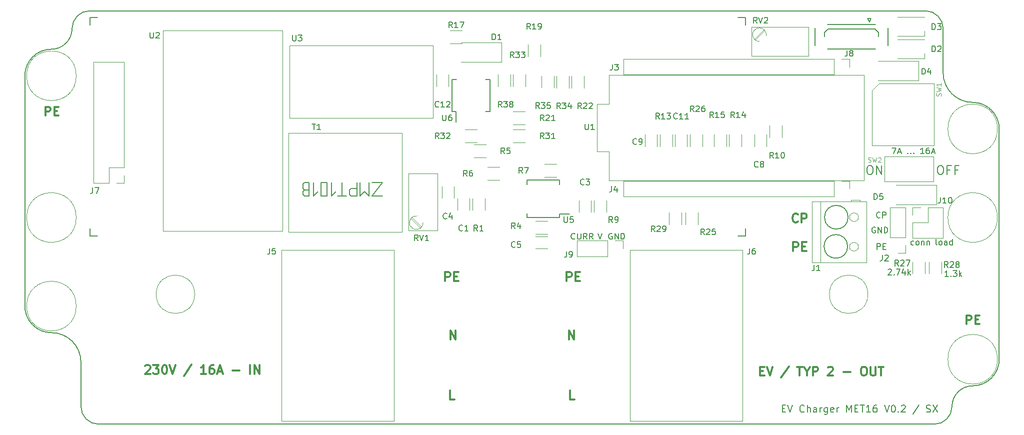
<source format=gbr>
G04 #@! TF.FileFunction,Legend,Top*
%FSLAX46Y46*%
G04 Gerber Fmt 4.6, Leading zero omitted, Abs format (unit mm)*
G04 Created by KiCad (PCBNEW 4.0.7-e2-6376~61~ubuntu18.04.1) date Tue May 29 09:04:43 2018*
%MOMM*%
%LPD*%
G01*
G04 APERTURE LIST*
%ADD10C,0.100000*%
%ADD11C,0.200000*%
%ADD12C,0.150000*%
%ADD13C,0.300000*%
%ADD14C,0.120000*%
G04 APERTURE END LIST*
D10*
D11*
X-5048096Y19359619D02*
X-5143334Y19407238D01*
X-5190953Y19502476D01*
X-5190953Y20359619D01*
X-4524286Y19359619D02*
X-4619524Y19407238D01*
X-4667143Y19454857D01*
X-4714762Y19550095D01*
X-4714762Y19835810D01*
X-4667143Y19931048D01*
X-4619524Y19978667D01*
X-4524286Y20026286D01*
X-4381428Y20026286D01*
X-4286190Y19978667D01*
X-4238571Y19931048D01*
X-4190952Y19835810D01*
X-4190952Y19550095D01*
X-4238571Y19454857D01*
X-4286190Y19407238D01*
X-4381428Y19359619D01*
X-4524286Y19359619D01*
X-3333809Y19359619D02*
X-3333809Y19883429D01*
X-3381428Y19978667D01*
X-3476666Y20026286D01*
X-3667143Y20026286D01*
X-3762381Y19978667D01*
X-3333809Y19407238D02*
X-3429047Y19359619D01*
X-3667143Y19359619D01*
X-3762381Y19407238D01*
X-3810000Y19502476D01*
X-3810000Y19597714D01*
X-3762381Y19692952D01*
X-3667143Y19740571D01*
X-3429047Y19740571D01*
X-3333809Y19788190D01*
X-2429047Y19359619D02*
X-2429047Y20359619D01*
X-2429047Y19407238D02*
X-2524285Y19359619D01*
X-2714762Y19359619D01*
X-2810000Y19407238D01*
X-2857619Y19454857D01*
X-2905238Y19550095D01*
X-2905238Y19835810D01*
X-2857619Y19931048D01*
X-2810000Y19978667D01*
X-2714762Y20026286D01*
X-2524285Y20026286D01*
X-2429047Y19978667D01*
X-8993047Y19407238D02*
X-9088285Y19359619D01*
X-9278762Y19359619D01*
X-9374000Y19407238D01*
X-9421619Y19454857D01*
X-9469238Y19550095D01*
X-9469238Y19835810D01*
X-9421619Y19931048D01*
X-9374000Y19978667D01*
X-9278762Y20026286D01*
X-9088285Y20026286D01*
X-8993047Y19978667D01*
X-8421619Y19359619D02*
X-8516857Y19407238D01*
X-8564476Y19454857D01*
X-8612095Y19550095D01*
X-8612095Y19835810D01*
X-8564476Y19931048D01*
X-8516857Y19978667D01*
X-8421619Y20026286D01*
X-8278761Y20026286D01*
X-8183523Y19978667D01*
X-8135904Y19931048D01*
X-8088285Y19835810D01*
X-8088285Y19550095D01*
X-8135904Y19454857D01*
X-8183523Y19407238D01*
X-8278761Y19359619D01*
X-8421619Y19359619D01*
X-7659714Y20026286D02*
X-7659714Y19359619D01*
X-7659714Y19931048D02*
X-7612095Y19978667D01*
X-7516857Y20026286D01*
X-7373999Y20026286D01*
X-7278761Y19978667D01*
X-7231142Y19883429D01*
X-7231142Y19359619D01*
X-6754952Y20026286D02*
X-6754952Y19359619D01*
X-6754952Y19931048D02*
X-6707333Y19978667D01*
X-6612095Y20026286D01*
X-6469237Y20026286D01*
X-6373999Y19978667D01*
X-6326380Y19883429D01*
X-6326380Y19359619D01*
D12*
X-66354285Y20424857D02*
X-66401904Y20377238D01*
X-66544761Y20329619D01*
X-66639999Y20329619D01*
X-66782857Y20377238D01*
X-66878095Y20472476D01*
X-66925714Y20567714D01*
X-66973333Y20758190D01*
X-66973333Y20901048D01*
X-66925714Y21091524D01*
X-66878095Y21186762D01*
X-66782857Y21282000D01*
X-66639999Y21329619D01*
X-66544761Y21329619D01*
X-66401904Y21282000D01*
X-66354285Y21234381D01*
X-65925714Y21329619D02*
X-65925714Y20520095D01*
X-65878095Y20424857D01*
X-65830476Y20377238D01*
X-65735238Y20329619D01*
X-65544761Y20329619D01*
X-65449523Y20377238D01*
X-65401904Y20424857D01*
X-65354285Y20520095D01*
X-65354285Y21329619D01*
X-64306666Y20329619D02*
X-64640000Y20805810D01*
X-64878095Y20329619D02*
X-64878095Y21329619D01*
X-64497142Y21329619D01*
X-64401904Y21282000D01*
X-64354285Y21234381D01*
X-64306666Y21139143D01*
X-64306666Y20996286D01*
X-64354285Y20901048D01*
X-64401904Y20853429D01*
X-64497142Y20805810D01*
X-64878095Y20805810D01*
X-63306666Y20329619D02*
X-63640000Y20805810D01*
X-63878095Y20329619D02*
X-63878095Y21329619D01*
X-63497142Y21329619D01*
X-63401904Y21282000D01*
X-63354285Y21234381D01*
X-63306666Y21139143D01*
X-63306666Y20996286D01*
X-63354285Y20901048D01*
X-63401904Y20853429D01*
X-63497142Y20805810D01*
X-63878095Y20805810D01*
X-62425333Y21329619D02*
X-62092000Y20329619D01*
X-61758666Y21329619D01*
X-60059904Y21282000D02*
X-60155142Y21329619D01*
X-60297999Y21329619D01*
X-60440857Y21282000D01*
X-60536095Y21186762D01*
X-60583714Y21091524D01*
X-60631333Y20901048D01*
X-60631333Y20758190D01*
X-60583714Y20567714D01*
X-60536095Y20472476D01*
X-60440857Y20377238D01*
X-60297999Y20329619D01*
X-60202761Y20329619D01*
X-60059904Y20377238D01*
X-60012285Y20424857D01*
X-60012285Y20758190D01*
X-60202761Y20758190D01*
X-59583714Y20329619D02*
X-59583714Y21329619D01*
X-59012285Y20329619D01*
X-59012285Y21329619D01*
X-58536095Y20329619D02*
X-58536095Y21329619D01*
X-58298000Y21329619D01*
X-58155142Y21282000D01*
X-58059904Y21186762D01*
X-58012285Y21091524D01*
X-57964666Y20901048D01*
X-57964666Y20758190D01*
X-58012285Y20567714D01*
X-58059904Y20472476D01*
X-58155142Y20377238D01*
X-58298000Y20329619D01*
X-58536095Y20329619D01*
D13*
X-29381428Y18325429D02*
X-29381428Y19825429D01*
X-28810000Y19825429D01*
X-28667142Y19754000D01*
X-28595714Y19682571D01*
X-28524285Y19539714D01*
X-28524285Y19325429D01*
X-28595714Y19182571D01*
X-28667142Y19111143D01*
X-28810000Y19039714D01*
X-29381428Y19039714D01*
X-27881428Y19111143D02*
X-27381428Y19111143D01*
X-27167142Y18325429D02*
X-27881428Y18325429D01*
X-27881428Y19825429D01*
X-27167142Y19825429D01*
D12*
X-15192286Y18597619D02*
X-15192286Y19597619D01*
X-14811333Y19597619D01*
X-14716095Y19550000D01*
X-14668476Y19502381D01*
X-14620857Y19407143D01*
X-14620857Y19264286D01*
X-14668476Y19169048D01*
X-14716095Y19121429D01*
X-14811333Y19073810D01*
X-15192286Y19073810D01*
X-14192286Y19121429D02*
X-13858952Y19121429D01*
X-13716095Y18597619D02*
X-14192286Y18597619D01*
X-14192286Y19597619D01*
X-13716095Y19597619D01*
D13*
X-66453714Y-6820571D02*
X-67168000Y-6820571D01*
X-67168000Y-5320571D01*
X-67346571Y3339429D02*
X-67346571Y4839429D01*
X-66489428Y3339429D01*
X-66489428Y4839429D01*
X-67735428Y13245429D02*
X-67735428Y14745429D01*
X-67164000Y14745429D01*
X-67021142Y14674000D01*
X-66949714Y14602571D01*
X-66878285Y14459714D01*
X-66878285Y14245429D01*
X-66949714Y14102571D01*
X-67021142Y14031143D01*
X-67164000Y13959714D01*
X-67735428Y13959714D01*
X-66235428Y14031143D02*
X-65735428Y14031143D01*
X-65521142Y13245429D02*
X-66235428Y13245429D01*
X-66235428Y14745429D01*
X-65521142Y14745429D01*
D11*
X-31235714Y-8342286D02*
X-30835714Y-8342286D01*
X-30664285Y-8970857D02*
X-31235714Y-8970857D01*
X-31235714Y-7770857D01*
X-30664285Y-7770857D01*
X-30321428Y-7770857D02*
X-29921428Y-8970857D01*
X-29521428Y-7770857D01*
X-27521428Y-8856571D02*
X-27578571Y-8913714D01*
X-27750000Y-8970857D01*
X-27864286Y-8970857D01*
X-28035714Y-8913714D01*
X-28150000Y-8799429D01*
X-28207143Y-8685143D01*
X-28264286Y-8456571D01*
X-28264286Y-8285143D01*
X-28207143Y-8056571D01*
X-28150000Y-7942286D01*
X-28035714Y-7828000D01*
X-27864286Y-7770857D01*
X-27750000Y-7770857D01*
X-27578571Y-7828000D01*
X-27521428Y-7885143D01*
X-27007143Y-8970857D02*
X-27007143Y-7770857D01*
X-26492857Y-8970857D02*
X-26492857Y-8342286D01*
X-26550000Y-8228000D01*
X-26664286Y-8170857D01*
X-26835714Y-8170857D01*
X-26950000Y-8228000D01*
X-27007143Y-8285143D01*
X-25407143Y-8970857D02*
X-25407143Y-8342286D01*
X-25464286Y-8228000D01*
X-25578572Y-8170857D01*
X-25807143Y-8170857D01*
X-25921429Y-8228000D01*
X-25407143Y-8913714D02*
X-25521429Y-8970857D01*
X-25807143Y-8970857D01*
X-25921429Y-8913714D01*
X-25978572Y-8799429D01*
X-25978572Y-8685143D01*
X-25921429Y-8570857D01*
X-25807143Y-8513714D01*
X-25521429Y-8513714D01*
X-25407143Y-8456571D01*
X-24835715Y-8970857D02*
X-24835715Y-8170857D01*
X-24835715Y-8399429D02*
X-24778572Y-8285143D01*
X-24721429Y-8228000D01*
X-24607143Y-8170857D01*
X-24492858Y-8170857D01*
X-23578572Y-8170857D02*
X-23578572Y-9142286D01*
X-23635715Y-9256571D01*
X-23692858Y-9313714D01*
X-23807143Y-9370857D01*
X-23978572Y-9370857D01*
X-24092858Y-9313714D01*
X-23578572Y-8913714D02*
X-23692858Y-8970857D01*
X-23921429Y-8970857D01*
X-24035715Y-8913714D01*
X-24092858Y-8856571D01*
X-24150001Y-8742286D01*
X-24150001Y-8399429D01*
X-24092858Y-8285143D01*
X-24035715Y-8228000D01*
X-23921429Y-8170857D01*
X-23692858Y-8170857D01*
X-23578572Y-8228000D01*
X-22550001Y-8913714D02*
X-22664287Y-8970857D01*
X-22892858Y-8970857D01*
X-23007144Y-8913714D01*
X-23064287Y-8799429D01*
X-23064287Y-8342286D01*
X-23007144Y-8228000D01*
X-22892858Y-8170857D01*
X-22664287Y-8170857D01*
X-22550001Y-8228000D01*
X-22492858Y-8342286D01*
X-22492858Y-8456571D01*
X-23064287Y-8570857D01*
X-21978573Y-8970857D02*
X-21978573Y-8170857D01*
X-21978573Y-8399429D02*
X-21921430Y-8285143D01*
X-21864287Y-8228000D01*
X-21750001Y-8170857D01*
X-21635716Y-8170857D01*
X-20321430Y-8970857D02*
X-20321430Y-7770857D01*
X-19921430Y-8628000D01*
X-19521430Y-7770857D01*
X-19521430Y-8970857D01*
X-18950001Y-8342286D02*
X-18550001Y-8342286D01*
X-18378572Y-8970857D02*
X-18950001Y-8970857D01*
X-18950001Y-7770857D01*
X-18378572Y-7770857D01*
X-18035715Y-7770857D02*
X-17350001Y-7770857D01*
X-17692858Y-8970857D02*
X-17692858Y-7770857D01*
X-16321429Y-8970857D02*
X-17007144Y-8970857D01*
X-16664286Y-8970857D02*
X-16664286Y-7770857D01*
X-16778572Y-7942286D01*
X-16892858Y-8056571D01*
X-17007144Y-8113714D01*
X-15292858Y-7770857D02*
X-15521429Y-7770857D01*
X-15635715Y-7828000D01*
X-15692858Y-7885143D01*
X-15807144Y-8056571D01*
X-15864287Y-8285143D01*
X-15864287Y-8742286D01*
X-15807144Y-8856571D01*
X-15750001Y-8913714D01*
X-15635715Y-8970857D01*
X-15407144Y-8970857D01*
X-15292858Y-8913714D01*
X-15235715Y-8856571D01*
X-15178572Y-8742286D01*
X-15178572Y-8456571D01*
X-15235715Y-8342286D01*
X-15292858Y-8285143D01*
X-15407144Y-8228000D01*
X-15635715Y-8228000D01*
X-15750001Y-8285143D01*
X-15807144Y-8342286D01*
X-15864287Y-8456571D01*
X-13921429Y-7770857D02*
X-13521429Y-8970857D01*
X-13121429Y-7770857D01*
X-12492858Y-7770857D02*
X-12378573Y-7770857D01*
X-12264287Y-7828000D01*
X-12207144Y-7885143D01*
X-12150001Y-7999429D01*
X-12092858Y-8228000D01*
X-12092858Y-8513714D01*
X-12150001Y-8742286D01*
X-12207144Y-8856571D01*
X-12264287Y-8913714D01*
X-12378573Y-8970857D01*
X-12492858Y-8970857D01*
X-12607144Y-8913714D01*
X-12664287Y-8856571D01*
X-12721430Y-8742286D01*
X-12778573Y-8513714D01*
X-12778573Y-8228000D01*
X-12721430Y-7999429D01*
X-12664287Y-7885143D01*
X-12607144Y-7828000D01*
X-12492858Y-7770857D01*
X-11578573Y-8856571D02*
X-11521430Y-8913714D01*
X-11578573Y-8970857D01*
X-11635716Y-8913714D01*
X-11578573Y-8856571D01*
X-11578573Y-8970857D01*
X-11064287Y-7885143D02*
X-11007144Y-7828000D01*
X-10892858Y-7770857D01*
X-10607144Y-7770857D01*
X-10492858Y-7828000D01*
X-10435715Y-7885143D01*
X-10378572Y-7999429D01*
X-10378572Y-8113714D01*
X-10435715Y-8285143D01*
X-11121429Y-8970857D01*
X-10378572Y-8970857D01*
X-8092858Y-7713714D02*
X-9121429Y-9256571D01*
X-6835715Y-8913714D02*
X-6664286Y-8970857D01*
X-6378572Y-8970857D01*
X-6264286Y-8913714D01*
X-6207143Y-8856571D01*
X-6150000Y-8742286D01*
X-6150000Y-8628000D01*
X-6207143Y-8513714D01*
X-6264286Y-8456571D01*
X-6378572Y-8399429D01*
X-6607143Y-8342286D01*
X-6721429Y-8285143D01*
X-6778572Y-8228000D01*
X-6835715Y-8113714D01*
X-6835715Y-7999429D01*
X-6778572Y-7885143D01*
X-6721429Y-7828000D01*
X-6607143Y-7770857D01*
X-6321429Y-7770857D01*
X-6150000Y-7828000D01*
X-5750000Y-7770857D02*
X-4950000Y-8970857D01*
X-4950000Y-7770857D02*
X-5750000Y-8970857D01*
D13*
X-34995142Y-1988357D02*
X-34495142Y-1988357D01*
X-34280856Y-2774071D02*
X-34995142Y-2774071D01*
X-34995142Y-1274071D01*
X-34280856Y-1274071D01*
X-33852285Y-1274071D02*
X-33352285Y-2774071D01*
X-32852285Y-1274071D01*
X-30138000Y-1202643D02*
X-31423714Y-3131214D01*
X-28709428Y-1274071D02*
X-27852285Y-1274071D01*
X-28280856Y-2774071D02*
X-28280856Y-1274071D01*
X-27066571Y-2059786D02*
X-27066571Y-2774071D01*
X-27566571Y-1274071D02*
X-27066571Y-2059786D01*
X-26566571Y-1274071D01*
X-26066571Y-2774071D02*
X-26066571Y-1274071D01*
X-25495143Y-1274071D01*
X-25352285Y-1345500D01*
X-25280857Y-1416929D01*
X-25209428Y-1559786D01*
X-25209428Y-1774071D01*
X-25280857Y-1916929D01*
X-25352285Y-1988357D01*
X-25495143Y-2059786D01*
X-26066571Y-2059786D01*
X-23495143Y-1416929D02*
X-23423714Y-1345500D01*
X-23280857Y-1274071D01*
X-22923714Y-1274071D01*
X-22780857Y-1345500D01*
X-22709428Y-1416929D01*
X-22638000Y-1559786D01*
X-22638000Y-1702643D01*
X-22709428Y-1916929D01*
X-23566571Y-2774071D01*
X-22638000Y-2774071D01*
X-20852286Y-2202643D02*
X-19709429Y-2202643D01*
X-17566572Y-1274071D02*
X-17280858Y-1274071D01*
X-17138000Y-1345500D01*
X-16995143Y-1488357D01*
X-16923715Y-1774071D01*
X-16923715Y-2274071D01*
X-16995143Y-2559786D01*
X-17138000Y-2702643D01*
X-17280858Y-2774071D01*
X-17566572Y-2774071D01*
X-17709429Y-2702643D01*
X-17852286Y-2559786D01*
X-17923715Y-2274071D01*
X-17923715Y-1774071D01*
X-17852286Y-1488357D01*
X-17709429Y-1345500D01*
X-17566572Y-1274071D01*
X-16280857Y-1274071D02*
X-16280857Y-2488357D01*
X-16209429Y-2631214D01*
X-16138000Y-2702643D01*
X-15995143Y-2774071D01*
X-15709429Y-2774071D01*
X-15566571Y-2702643D01*
X-15495143Y-2631214D01*
X-15423714Y-2488357D01*
X-15423714Y-1274071D01*
X-14923714Y-1274071D02*
X-14066571Y-1274071D01*
X-14495142Y-2774071D02*
X-14495142Y-1274071D01*
X-139116285Y-1145429D02*
X-139044856Y-1074000D01*
X-138901999Y-1002571D01*
X-138544856Y-1002571D01*
X-138401999Y-1074000D01*
X-138330570Y-1145429D01*
X-138259142Y-1288286D01*
X-138259142Y-1431143D01*
X-138330570Y-1645429D01*
X-139187713Y-2502571D01*
X-138259142Y-2502571D01*
X-137759142Y-1002571D02*
X-136830571Y-1002571D01*
X-137330571Y-1574000D01*
X-137116285Y-1574000D01*
X-136973428Y-1645429D01*
X-136901999Y-1716857D01*
X-136830571Y-1859714D01*
X-136830571Y-2216857D01*
X-136901999Y-2359714D01*
X-136973428Y-2431143D01*
X-137116285Y-2502571D01*
X-137544857Y-2502571D01*
X-137687714Y-2431143D01*
X-137759142Y-2359714D01*
X-135902000Y-1002571D02*
X-135759143Y-1002571D01*
X-135616286Y-1074000D01*
X-135544857Y-1145429D01*
X-135473428Y-1288286D01*
X-135402000Y-1574000D01*
X-135402000Y-1931143D01*
X-135473428Y-2216857D01*
X-135544857Y-2359714D01*
X-135616286Y-2431143D01*
X-135759143Y-2502571D01*
X-135902000Y-2502571D01*
X-136044857Y-2431143D01*
X-136116286Y-2359714D01*
X-136187714Y-2216857D01*
X-136259143Y-1931143D01*
X-136259143Y-1574000D01*
X-136187714Y-1288286D01*
X-136116286Y-1145429D01*
X-136044857Y-1074000D01*
X-135902000Y-1002571D01*
X-134973429Y-1002571D02*
X-134473429Y-2502571D01*
X-133973429Y-1002571D01*
X-131259144Y-931143D02*
X-132544858Y-2859714D01*
X-128830572Y-2502571D02*
X-129687715Y-2502571D01*
X-129259143Y-2502571D02*
X-129259143Y-1002571D01*
X-129402000Y-1216857D01*
X-129544858Y-1359714D01*
X-129687715Y-1431143D01*
X-127544858Y-1002571D02*
X-127830572Y-1002571D01*
X-127973429Y-1074000D01*
X-128044858Y-1145429D01*
X-128187715Y-1359714D01*
X-128259144Y-1645429D01*
X-128259144Y-2216857D01*
X-128187715Y-2359714D01*
X-128116287Y-2431143D01*
X-127973429Y-2502571D01*
X-127687715Y-2502571D01*
X-127544858Y-2431143D01*
X-127473429Y-2359714D01*
X-127402001Y-2216857D01*
X-127402001Y-1859714D01*
X-127473429Y-1716857D01*
X-127544858Y-1645429D01*
X-127687715Y-1574000D01*
X-127973429Y-1574000D01*
X-128116287Y-1645429D01*
X-128187715Y-1716857D01*
X-128259144Y-1859714D01*
X-126830573Y-2074000D02*
X-126116287Y-2074000D01*
X-126973430Y-2502571D02*
X-126473430Y-1002571D01*
X-125973430Y-2502571D01*
X-124330573Y-1931143D02*
X-123187716Y-1931143D01*
X-121330573Y-2502571D02*
X-121330573Y-1002571D01*
X-120616287Y-2502571D02*
X-120616287Y-1002571D01*
X-119759144Y-2502571D01*
X-119759144Y-1002571D01*
X-86773714Y-6820571D02*
X-87488000Y-6820571D01*
X-87488000Y-5320571D01*
X-87412571Y3339429D02*
X-87412571Y4839429D01*
X-86555428Y3339429D01*
X-86555428Y4839429D01*
X-88309428Y13245429D02*
X-88309428Y14745429D01*
X-87738000Y14745429D01*
X-87595142Y14674000D01*
X-87523714Y14602571D01*
X-87452285Y14459714D01*
X-87452285Y14245429D01*
X-87523714Y14102571D01*
X-87595142Y14031143D01*
X-87738000Y13959714D01*
X-88309428Y13959714D01*
X-86809428Y14031143D02*
X-86309428Y14031143D01*
X-86095142Y13245429D02*
X-86809428Y13245429D01*
X-86809428Y14745429D01*
X-86095142Y14745429D01*
X-55428Y5925429D02*
X-55428Y7425429D01*
X516000Y7425429D01*
X658858Y7354000D01*
X730286Y7282571D01*
X801715Y7139714D01*
X801715Y6925429D01*
X730286Y6782571D01*
X658858Y6711143D01*
X516000Y6639714D01*
X-55428Y6639714D01*
X1444572Y6711143D02*
X1944572Y6711143D01*
X2158858Y5925429D02*
X1444572Y5925429D01*
X1444572Y7425429D01*
X2158858Y7425429D01*
X-156011428Y41231429D02*
X-156011428Y42731429D01*
X-155440000Y42731429D01*
X-155297142Y42660000D01*
X-155225714Y42588571D01*
X-155154285Y42445714D01*
X-155154285Y42231429D01*
X-155225714Y42088571D01*
X-155297142Y42017143D01*
X-155440000Y41945714D01*
X-156011428Y41945714D01*
X-154511428Y42017143D02*
X-154011428Y42017143D01*
X-153797142Y41231429D02*
X-154511428Y41231429D01*
X-154511428Y42731429D01*
X-153797142Y42731429D01*
D12*
X-4000000Y48500000D02*
G75*
G03X1000000Y43500000I5000000J0D01*
G01*
X5500000Y39000000D02*
G75*
G03X1000000Y43500000I-4500000J0D01*
G01*
X-150000000Y-500000D02*
G75*
G03X-155000000Y4500000I-5000000J0D01*
G01*
X-159500000Y9000000D02*
G75*
G03X-155000000Y4500000I4500000J0D01*
G01*
X-5500000Y-11000000D02*
G75*
G03X-2500000Y-8000000I0J3000000D01*
G01*
X1000000Y-4500000D02*
G75*
G03X-2500000Y-8000000I0J-3500000D01*
G01*
X1000000Y-4500000D02*
G75*
G03X5500000Y0I0J4500000D01*
G01*
X-155000000Y52500000D02*
G75*
G03X-151500000Y56000000I0J3500000D01*
G01*
X-155000000Y52500000D02*
G75*
G03X-159500000Y48000000I0J-4500000D01*
G01*
X-148500000Y59000000D02*
G75*
G03X-151500000Y56000000I0J-3000000D01*
G01*
X-147000000Y-11000000D02*
X-5500000Y-11000000D01*
X5500000Y0D02*
X5500000Y39000000D01*
X-150000000Y-8000000D02*
X-150000000Y-500000D01*
X-150000000Y-8000000D02*
G75*
G03X-147000000Y-11000000I3000000J0D01*
G01*
X-4000000Y56000000D02*
X-4000000Y48500000D01*
X-4000000Y56000000D02*
G75*
G03X-7000000Y59000000I-3000000J0D01*
G01*
X-159500000Y48000000D02*
X-159500000Y9000000D01*
X-7000000Y59000000D02*
X-148500000Y59000000D01*
D13*
X-28595714Y23294286D02*
X-28667143Y23222857D01*
X-28881429Y23151429D01*
X-29024286Y23151429D01*
X-29238571Y23222857D01*
X-29381429Y23365714D01*
X-29452857Y23508571D01*
X-29524286Y23794286D01*
X-29524286Y24008571D01*
X-29452857Y24294286D01*
X-29381429Y24437143D01*
X-29238571Y24580000D01*
X-29024286Y24651429D01*
X-28881429Y24651429D01*
X-28667143Y24580000D01*
X-28595714Y24508571D01*
X-27952857Y23151429D02*
X-27952857Y24651429D01*
X-27381429Y24651429D01*
X-27238571Y24580000D01*
X-27167143Y24508571D01*
X-27095714Y24365714D01*
X-27095714Y24151429D01*
X-27167143Y24008571D01*
X-27238571Y23937143D01*
X-27381429Y23865714D01*
X-27952857Y23865714D01*
D12*
X-14668476Y24026857D02*
X-14716095Y23979238D01*
X-14858952Y23931619D01*
X-14954190Y23931619D01*
X-15097048Y23979238D01*
X-15192286Y24074476D01*
X-15239905Y24169714D01*
X-15287524Y24360190D01*
X-15287524Y24503048D01*
X-15239905Y24693524D01*
X-15192286Y24788762D01*
X-15097048Y24884000D01*
X-14954190Y24931619D01*
X-14858952Y24931619D01*
X-14716095Y24884000D01*
X-14668476Y24836381D01*
X-14239905Y23931619D02*
X-14239905Y24931619D01*
X-13858952Y24931619D01*
X-13763714Y24884000D01*
X-13716095Y24836381D01*
X-13668476Y24741143D01*
X-13668476Y24598286D01*
X-13716095Y24503048D01*
X-13763714Y24455429D01*
X-13858952Y24407810D01*
X-14239905Y24407810D01*
X-15493904Y22344000D02*
X-15589142Y22391619D01*
X-15731999Y22391619D01*
X-15874857Y22344000D01*
X-15970095Y22248762D01*
X-16017714Y22153524D01*
X-16065333Y21963048D01*
X-16065333Y21820190D01*
X-16017714Y21629714D01*
X-15970095Y21534476D01*
X-15874857Y21439238D01*
X-15731999Y21391619D01*
X-15636761Y21391619D01*
X-15493904Y21439238D01*
X-15446285Y21486857D01*
X-15446285Y21820190D01*
X-15636761Y21820190D01*
X-15017714Y21391619D02*
X-15017714Y22391619D01*
X-14446285Y21391619D01*
X-14446285Y22391619D01*
X-13970095Y21391619D02*
X-13970095Y22391619D01*
X-13732000Y22391619D01*
X-13589142Y22344000D01*
X-13493904Y22248762D01*
X-13446285Y22153524D01*
X-13398666Y21963048D01*
X-13398666Y21820190D01*
X-13446285Y21629714D01*
X-13493904Y21534476D01*
X-13589142Y21439238D01*
X-13732000Y21391619D01*
X-13970095Y21391619D01*
X-12625047Y35807619D02*
X-11958380Y35807619D01*
X-12386952Y34807619D01*
X-11625047Y35093333D02*
X-11148856Y35093333D01*
X-11720285Y34807619D02*
X-11386952Y35807619D01*
X-11053618Y34807619D01*
X-9958380Y34902857D02*
X-9910761Y34855238D01*
X-9958380Y34807619D01*
X-10005999Y34855238D01*
X-9958380Y34902857D01*
X-9958380Y34807619D01*
X-9482190Y34902857D02*
X-9434571Y34855238D01*
X-9482190Y34807619D01*
X-9529809Y34855238D01*
X-9482190Y34902857D01*
X-9482190Y34807619D01*
X-9006000Y34902857D02*
X-8958381Y34855238D01*
X-9006000Y34807619D01*
X-9053619Y34855238D01*
X-9006000Y34902857D01*
X-9006000Y34807619D01*
X-7244095Y34807619D02*
X-7815524Y34807619D01*
X-7529810Y34807619D02*
X-7529810Y35807619D01*
X-7625048Y35664762D01*
X-7720286Y35569524D01*
X-7815524Y35521905D01*
X-6386952Y35807619D02*
X-6577429Y35807619D01*
X-6672667Y35760000D01*
X-6720286Y35712381D01*
X-6815524Y35569524D01*
X-6863143Y35379048D01*
X-6863143Y34998095D01*
X-6815524Y34902857D01*
X-6767905Y34855238D01*
X-6672667Y34807619D01*
X-6482190Y34807619D01*
X-6386952Y34855238D01*
X-6339333Y34902857D01*
X-6291714Y34998095D01*
X-6291714Y35236190D01*
X-6339333Y35331429D01*
X-6386952Y35379048D01*
X-6482190Y35426667D01*
X-6672667Y35426667D01*
X-6767905Y35379048D01*
X-6815524Y35331429D01*
X-6863143Y35236190D01*
X-5910762Y35093333D02*
X-5434571Y35093333D01*
X-6006000Y34807619D02*
X-5672667Y35807619D01*
X-5339333Y34807619D01*
D11*
X-4592571Y32779429D02*
X-4306857Y32779429D01*
X-4163999Y32708000D01*
X-4021142Y32565143D01*
X-3949714Y32279429D01*
X-3949714Y31779429D01*
X-4021142Y31493714D01*
X-4163999Y31350857D01*
X-4306857Y31279429D01*
X-4592571Y31279429D01*
X-4735428Y31350857D01*
X-4878285Y31493714D01*
X-4949714Y31779429D01*
X-4949714Y32279429D01*
X-4878285Y32565143D01*
X-4735428Y32708000D01*
X-4592571Y32779429D01*
X-2806856Y32065143D02*
X-3306856Y32065143D01*
X-3306856Y31279429D02*
X-3306856Y32779429D01*
X-2592570Y32779429D01*
X-1521142Y32065143D02*
X-2021142Y32065143D01*
X-2021142Y31279429D02*
X-2021142Y32779429D01*
X-1306856Y32779429D01*
X-16538572Y32779429D02*
X-16252858Y32779429D01*
X-16110000Y32708000D01*
X-15967143Y32565143D01*
X-15895715Y32279429D01*
X-15895715Y31779429D01*
X-15967143Y31493714D01*
X-16110000Y31350857D01*
X-16252858Y31279429D01*
X-16538572Y31279429D01*
X-16681429Y31350857D01*
X-16824286Y31493714D01*
X-16895715Y31779429D01*
X-16895715Y32279429D01*
X-16824286Y32565143D01*
X-16681429Y32708000D01*
X-16538572Y32779429D01*
X-15252857Y31279429D02*
X-15252857Y32779429D01*
X-14395714Y31279429D01*
X-14395714Y32779429D01*
D14*
X-16034000Y45533000D02*
X-14834000Y46733000D01*
X-14834000Y46733000D02*
X-5544000Y46733000D01*
X-5544000Y46733000D02*
X-5544000Y36233000D01*
X-16034000Y36233000D02*
X-5544000Y36233000D01*
X-16034000Y45533000D02*
X-16034000Y36233000D01*
X-85476000Y53494000D02*
X-87476000Y53494000D01*
X-87476000Y55634000D02*
X-85476000Y55634000D01*
X-49396000Y38038000D02*
X-49396000Y36038000D01*
X-47356000Y36038000D02*
X-47356000Y38038000D01*
X5200000Y0D02*
G75*
G03X5200000Y0I-4200000J0D01*
G01*
X-83412000Y36330000D02*
X-81412000Y36330000D01*
X-81412000Y34190000D02*
X-83412000Y34190000D01*
X-150800000Y24000000D02*
G75*
G03X-150800000Y24000000I-4200000J0D01*
G01*
X5200000Y24000000D02*
G75*
G03X5200000Y24000000I-4200000J0D01*
G01*
X-150800000Y9000000D02*
G75*
G03X-150800000Y9000000I-4200000J0D01*
G01*
X5200000Y39000000D02*
G75*
G03X5200000Y39000000I-4200000J0D01*
G01*
X-150800000Y48000000D02*
G75*
G03X-150800000Y48000000I-4200000J0D01*
G01*
X-74738000Y48198000D02*
X-74738000Y46198000D01*
X-76878000Y46198000D02*
X-76878000Y48198000D01*
X-79418000Y46198000D02*
X-79418000Y48198000D01*
X-77278000Y48198000D02*
X-77278000Y46198000D01*
X-31304000Y39562000D02*
X-31304000Y37562000D01*
X-33444000Y37562000D02*
X-33444000Y39562000D01*
D12*
X-38710000Y20827000D02*
X-37440000Y20827000D01*
X-37440000Y22097000D02*
X-37440000Y20827000D01*
X-148440000Y22097000D02*
X-148440000Y20827000D01*
X-148440000Y20827000D02*
X-147170000Y20827000D01*
X-38710000Y57827000D02*
X-37440000Y57827000D01*
X-37440000Y57827000D02*
X-37440000Y56557000D01*
X-148440000Y57827000D02*
X-148440000Y56557000D01*
X-148440000Y57827000D02*
X-147170000Y57827000D01*
D14*
X-142670000Y50317000D02*
X-142670000Y32477000D01*
X-145270000Y29877000D02*
X-147870000Y29877000D01*
X-147870000Y29877000D02*
X-147870000Y50317000D01*
X-147870000Y50317000D02*
X-142670000Y50317000D01*
X-145270000Y32477000D02*
X-145270000Y29877000D01*
X-145270000Y32477000D02*
X-142670000Y32477000D01*
X-142670000Y31147000D02*
X-142670000Y29877000D01*
X-142670000Y29877000D02*
X-143940000Y29877000D01*
X-54476000Y38038000D02*
X-54476000Y36038000D01*
X-52436000Y36038000D02*
X-52436000Y38038000D01*
X-48322000Y24830000D02*
X-48322000Y22830000D01*
X-50462000Y22830000D02*
X-50462000Y24830000D01*
X-49846000Y38038000D02*
X-49846000Y36038000D01*
X-51986000Y36038000D02*
X-51986000Y38038000D01*
X-11764000Y54132000D02*
X-7114000Y54132000D01*
X-11764000Y50932000D02*
X-7114000Y50932000D01*
X-7114000Y50932000D02*
X-7114000Y51732000D01*
X-11764000Y57942000D02*
X-7114000Y57942000D01*
X-11764000Y54742000D02*
X-7114000Y54742000D01*
X-7114000Y54742000D02*
X-7114000Y55542000D01*
X-40302000Y36038000D02*
X-40302000Y38038000D01*
X-38162000Y38038000D02*
X-38162000Y36038000D01*
X-42842000Y36038000D02*
X-42842000Y38038000D01*
X-40702000Y38038000D02*
X-40702000Y36038000D01*
X-74338000Y51278000D02*
X-74338000Y53278000D01*
X-72198000Y53278000D02*
X-72198000Y51278000D01*
X-74808000Y39778000D02*
X-76808000Y39778000D01*
X-76808000Y41918000D02*
X-74808000Y41918000D01*
X-66972000Y45944000D02*
X-66972000Y47944000D01*
X-64832000Y47944000D02*
X-64832000Y45944000D01*
X-45528000Y24830000D02*
X-45528000Y22830000D01*
X-47668000Y22830000D02*
X-47668000Y24830000D01*
X-44766000Y38038000D02*
X-44766000Y36038000D01*
X-46906000Y36038000D02*
X-46906000Y38038000D01*
X-130742701Y11000000D02*
G75*
G03X-130742701Y11000000I-3257299J0D01*
G01*
X-16742701Y11000000D02*
G75*
G03X-16742701Y11000000I-3257299J0D01*
G01*
X-13918000Y34362000D02*
X-5618000Y34362000D01*
X-5618000Y34362000D02*
X-5618000Y30062000D01*
X-5618000Y30062000D02*
X-13918000Y30062000D01*
X-13918000Y30062000D02*
X-13918000Y34362000D01*
X-58090000Y50850000D02*
X-58090000Y48190000D01*
X-22470000Y50850000D02*
X-58090000Y50850000D01*
X-22470000Y48190000D02*
X-58090000Y48190000D01*
X-22470000Y50850000D02*
X-22470000Y48190000D01*
X-21200000Y50850000D02*
X-19870000Y50850000D01*
X-19870000Y50850000D02*
X-19870000Y49520000D01*
X-58090000Y30210000D02*
X-58090000Y27550000D01*
X-22470000Y30210000D02*
X-58090000Y30210000D01*
X-22470000Y27550000D02*
X-58090000Y27550000D01*
X-22470000Y30210000D02*
X-22470000Y27550000D01*
X-21200000Y30210000D02*
X-19870000Y30210000D01*
X-19870000Y30210000D02*
X-19870000Y28880000D01*
D12*
X-15460000Y52510000D02*
X-23560000Y52510000D01*
X-15460000Y56710000D02*
X-23560000Y56710000D01*
X-13360000Y53110000D02*
X-13360000Y56110000D01*
X-25660000Y53110000D02*
X-25660000Y56110000D01*
X-24110000Y54610000D02*
X-24110000Y55360000D01*
X-24110000Y55360000D02*
X-23510000Y55960000D01*
X-23510000Y55960000D02*
X-19510000Y55960000D01*
X-14910000Y54610000D02*
X-14910000Y55360000D01*
X-14910000Y55360000D02*
X-15510000Y55960000D01*
X-15510000Y55960000D02*
X-19510000Y55960000D01*
X-16510000Y57110000D02*
X-16210000Y57710000D01*
X-16210000Y57710000D02*
X-16810000Y57710000D01*
X-16810000Y57710000D02*
X-16510000Y57110000D01*
D14*
X-10354000Y25714000D02*
X-13014000Y25714000D01*
X-10354000Y20574000D02*
X-10354000Y25714000D01*
X-13014000Y20574000D02*
X-13014000Y25714000D01*
X-10354000Y20574000D02*
X-13014000Y20574000D01*
X-10354000Y19304000D02*
X-10354000Y17974000D01*
X-10354000Y17974000D02*
X-11684000Y17974000D01*
X-65962000Y20080000D02*
X-65962000Y17420000D01*
X-60822000Y20080000D02*
X-65962000Y20080000D01*
X-60822000Y17420000D02*
X-65962000Y17420000D01*
X-60822000Y20080000D02*
X-60822000Y17420000D01*
X-59552000Y20080000D02*
X-58222000Y20080000D01*
X-58222000Y20080000D02*
X-58222000Y18750000D01*
X-9204000Y20514000D02*
X-4004000Y20514000D01*
X-9204000Y23114000D02*
X-9204000Y20514000D01*
X-4004000Y25714000D02*
X-4004000Y20514000D01*
X-9204000Y23114000D02*
X-6604000Y23114000D01*
X-6604000Y23114000D02*
X-6604000Y25714000D01*
X-6604000Y25714000D02*
X-4004000Y25714000D01*
X-9204000Y24384000D02*
X-9204000Y25714000D01*
X-9204000Y25714000D02*
X-7874000Y25714000D01*
X-9198000Y14494000D02*
X-9198000Y16494000D01*
X-7058000Y16494000D02*
X-7058000Y14494000D01*
X-6404000Y14494000D02*
X-6404000Y16494000D01*
X-4264000Y16494000D02*
X-4264000Y14494000D01*
X-86226000Y27243000D02*
X-86226000Y25243000D01*
X-84186000Y25243000D02*
X-84186000Y27243000D01*
X-86853000Y27275000D02*
X-86853000Y29275000D01*
X-88893000Y29275000D02*
X-88893000Y27275000D01*
X-65652000Y26894000D02*
X-65652000Y24894000D01*
X-63612000Y24894000D02*
X-63612000Y26894000D01*
X-70998000Y20786000D02*
X-72998000Y20786000D01*
X-72998000Y18746000D02*
X-70998000Y18746000D01*
X-81596000Y27243000D02*
X-81596000Y25243000D01*
X-83736000Y25243000D02*
X-83736000Y27243000D01*
X-72998000Y23376000D02*
X-70998000Y23376000D01*
X-70998000Y21236000D02*
X-72998000Y21236000D01*
X-71474000Y33028000D02*
X-69474000Y33028000D01*
X-69474000Y30888000D02*
X-71474000Y30888000D01*
X-81126000Y32520000D02*
X-79126000Y32520000D01*
X-79126000Y30380000D02*
X-81126000Y30380000D01*
X-61022000Y26894000D02*
X-61022000Y24894000D01*
X-63162000Y24894000D02*
X-63162000Y26894000D01*
D12*
X-68994000Y23959000D02*
X-68994000Y24614000D01*
X-74494000Y23959000D02*
X-74494000Y24709000D01*
X-74494000Y30369000D02*
X-74494000Y29619000D01*
X-68994000Y30369000D02*
X-68994000Y29619000D01*
X-68994000Y23959000D02*
X-74494000Y23959000D01*
X-68994000Y30369000D02*
X-74494000Y30369000D01*
X-68994000Y24614000D02*
X-67244000Y24614000D01*
D14*
X-89782000Y48198000D02*
X-89782000Y46198000D01*
X-87742000Y46198000D02*
X-87742000Y48198000D01*
D12*
X-20170000Y19110000D02*
G75*
G03X-20170000Y19110000I-2000000J0D01*
G01*
X-20090000Y24050000D02*
G75*
G03X-20090000Y24050000I-2000000J0D01*
G01*
D14*
X-24740000Y16400000D02*
X-24740000Y26700000D01*
X-18340000Y19050000D02*
G75*
G03X-18340000Y19050000I-750000J0D01*
G01*
X-18340000Y24050000D02*
G75*
G03X-18340000Y24050000I-750000J0D01*
G01*
X-19590000Y26950000D02*
X-19590000Y26700000D01*
X-18090000Y26700000D02*
X-18090000Y26950000D01*
X-18090000Y26950000D02*
X-19590000Y26950000D01*
X-26240000Y16400000D02*
X-26240000Y26700000D01*
X-26240000Y26700000D02*
X-16940000Y26700000D01*
X-16940000Y26700000D02*
X-16940000Y16400000D01*
X-16940000Y16400000D02*
X-26240000Y16400000D01*
X-97000000Y18500000D02*
X-97000000Y-10500000D01*
X-97000000Y-10500000D02*
X-116000000Y-10500000D01*
X-116000000Y-10500000D02*
X-116000000Y18500000D01*
X-116000000Y18500000D02*
X-97000000Y18500000D01*
X-38000000Y18500000D02*
X-38000000Y-10500000D01*
X-38000000Y-10500000D02*
X-57000000Y-10500000D01*
X-57000000Y-10500000D02*
X-57000000Y18500000D01*
X-57000000Y18500000D02*
X-38000000Y18500000D01*
D10*
X-60580000Y35200000D02*
X-60580000Y30250000D01*
X-60580000Y35200000D02*
X-62580000Y35200000D01*
X-60580000Y43200000D02*
X-62580000Y43200000D01*
X-62580000Y43200000D02*
X-62580000Y35200000D01*
X-17380000Y48150000D02*
X-17380000Y30250000D01*
X-17380000Y30250000D02*
X-60580000Y30250000D01*
X-60580000Y48150000D02*
X-60580000Y43200000D01*
X-17380000Y48150000D02*
X-60580000Y48150000D01*
D14*
X-136100000Y21700000D02*
X-136100000Y55700000D01*
X-136100000Y21700000D02*
X-115900000Y21700000D01*
X-136100000Y55700000D02*
X-115900000Y55700000D01*
X-115900000Y21700000D02*
X-115900000Y55700000D01*
X-114650000Y53150000D02*
X-114650000Y40850000D01*
X-114650000Y40850000D02*
X-90350000Y40850000D01*
X-90350000Y40850000D02*
X-90350000Y53150000D01*
X-90350000Y53150000D02*
X-114650000Y53150000D01*
D12*
X-87141000Y41908000D02*
X-86486000Y41908000D01*
X-87141000Y47408000D02*
X-86391000Y47408000D01*
X-80731000Y47408000D02*
X-81481000Y47408000D01*
X-80731000Y41908000D02*
X-81481000Y41908000D01*
X-87141000Y41908000D02*
X-87141000Y47408000D01*
X-80731000Y41908000D02*
X-80731000Y47408000D01*
X-86486000Y41908000D02*
X-86486000Y40158000D01*
D14*
X-76808000Y38870000D02*
X-74808000Y38870000D01*
X-74808000Y36730000D02*
X-76808000Y36730000D01*
X-84936000Y38870000D02*
X-82936000Y38870000D01*
X-82936000Y36730000D02*
X-84936000Y36730000D01*
X-92059704Y23169309D02*
G75*
G02X-94369000Y23129000I-1154296J-40309D01*
G01*
X-94368052Y23108879D02*
G75*
G02X-92974000Y24258000I1154052J20121D01*
G01*
X-89594000Y31449000D02*
X-89594000Y21799000D01*
X-94545000Y31449000D02*
X-94545000Y21799000D01*
X-89594000Y31449000D02*
X-94545000Y31449000D01*
X-89594000Y21799000D02*
X-94545000Y21799000D01*
X-92480000Y22253000D02*
X-94090000Y23864000D01*
X-92339000Y22393000D02*
X-93949000Y24005000D01*
X-35066691Y53797704D02*
G75*
G02X-35107000Y56107000I-40309J1154296D01*
G01*
X-35127121Y56106052D02*
G75*
G02X-33978000Y54712000I20121J-1154052D01*
G01*
X-26787000Y51332000D02*
X-36437000Y51332000D01*
X-26787000Y56283000D02*
X-36437000Y56283000D01*
X-26787000Y51332000D02*
X-26787000Y56283000D01*
X-36437000Y51332000D02*
X-36437000Y56283000D01*
X-35983000Y54218000D02*
X-34372000Y55828000D01*
X-35843000Y54077000D02*
X-34231000Y55687000D01*
D12*
X-111368000Y27640000D02*
X-112130000Y27640000D01*
X-112130000Y27640000D02*
X-112384000Y27894000D01*
X-112384000Y27894000D02*
X-112384000Y28402000D01*
X-112384000Y28402000D02*
X-112130000Y28656000D01*
X-111368000Y27640000D02*
X-111368000Y29926000D01*
X-111368000Y29926000D02*
X-112130000Y29926000D01*
X-112130000Y29926000D02*
X-112384000Y29672000D01*
X-112384000Y29672000D02*
X-112384000Y28910000D01*
X-112384000Y28910000D02*
X-112130000Y28656000D01*
X-112130000Y28656000D02*
X-111368000Y28656000D01*
X-109844000Y28402000D02*
X-110606000Y27640000D01*
X-110606000Y27640000D02*
X-110606000Y29926000D01*
X-108320000Y27640000D02*
X-109336000Y27640000D01*
X-109336000Y27640000D02*
X-109336000Y29926000D01*
X-109336000Y29926000D02*
X-108320000Y29926000D01*
X-108320000Y29926000D02*
X-108320000Y27640000D01*
X-106796000Y28402000D02*
X-107558000Y27640000D01*
X-107558000Y27640000D02*
X-107558000Y29926000D01*
X-105780000Y27640000D02*
X-105780000Y29926000D01*
X-105018000Y27640000D02*
X-106542000Y27640000D01*
X-103240000Y29926000D02*
X-103240000Y27640000D01*
X-103240000Y27640000D02*
X-104256000Y27640000D01*
X-104256000Y27640000D02*
X-104510000Y27894000D01*
X-104510000Y27894000D02*
X-104510000Y28656000D01*
X-104510000Y28656000D02*
X-104256000Y28910000D01*
X-104256000Y28910000D02*
X-103240000Y28910000D01*
X-101208000Y29926000D02*
X-101208000Y27640000D01*
X-101208000Y27640000D02*
X-101970000Y28402000D01*
X-101970000Y28402000D02*
X-102732000Y27640000D01*
X-102732000Y27640000D02*
X-102732000Y29926000D01*
X-98922000Y27640000D02*
X-100700000Y27640000D01*
X-100700000Y27640000D02*
X-98922000Y29926000D01*
X-98922000Y29926000D02*
X-100700000Y29926000D01*
D14*
X-95672000Y21576000D02*
X-114872000Y21576000D01*
X-95672000Y21576000D02*
X-95672000Y38276000D01*
X-114872000Y21576000D02*
X-114872000Y38276000D01*
X-95672000Y38276000D02*
X-114872000Y38276000D01*
X-69512000Y45944000D02*
X-69512000Y47944000D01*
X-67372000Y47944000D02*
X-67372000Y45944000D01*
X-69912000Y47976000D02*
X-69912000Y45976000D01*
X-72052000Y45976000D02*
X-72052000Y47976000D01*
X-35934000Y38038000D02*
X-35934000Y36038000D01*
X-33894000Y36038000D02*
X-33894000Y38038000D01*
X-78774000Y50374000D02*
X-78774000Y53674000D01*
X-78774000Y53674000D02*
X-85674000Y53674000D01*
X-78774000Y50374000D02*
X-85674000Y50374000D01*
X-5114000Y26244000D02*
X-5114000Y29544000D01*
X-5114000Y29544000D02*
X-12014000Y29544000D01*
X-5114000Y26244000D02*
X-12014000Y26244000D01*
X-8162000Y47199000D02*
X-8162000Y50499000D01*
X-8162000Y50499000D02*
X-15062000Y50499000D01*
X-8162000Y47199000D02*
X-15062000Y47199000D01*
D10*
X-4364190Y44607333D02*
X-4326095Y44721619D01*
X-4326095Y44912095D01*
X-4364190Y44988285D01*
X-4402286Y45026381D01*
X-4478476Y45064476D01*
X-4554667Y45064476D01*
X-4630857Y45026381D01*
X-4668952Y44988285D01*
X-4707048Y44912095D01*
X-4745143Y44759714D01*
X-4783238Y44683523D01*
X-4821333Y44645428D01*
X-4897524Y44607333D01*
X-4973714Y44607333D01*
X-5049905Y44645428D01*
X-5088000Y44683523D01*
X-5126095Y44759714D01*
X-5126095Y44950190D01*
X-5088000Y45064476D01*
X-5126095Y45331143D02*
X-4326095Y45521619D01*
X-4897524Y45674000D01*
X-4326095Y45826381D01*
X-5126095Y46016857D01*
X-4326095Y46740667D02*
X-4326095Y46283524D01*
X-4326095Y46512095D02*
X-5126095Y46512095D01*
X-5011810Y46435905D01*
X-4935619Y46359714D01*
X-4897524Y46283524D01*
D12*
X-87118857Y56143619D02*
X-87452191Y56619810D01*
X-87690286Y56143619D02*
X-87690286Y57143619D01*
X-87309333Y57143619D01*
X-87214095Y57096000D01*
X-87166476Y57048381D01*
X-87118857Y56953143D01*
X-87118857Y56810286D01*
X-87166476Y56715048D01*
X-87214095Y56667429D01*
X-87309333Y56619810D01*
X-87690286Y56619810D01*
X-86166476Y56143619D02*
X-86737905Y56143619D01*
X-86452191Y56143619D02*
X-86452191Y57143619D01*
X-86547429Y57000762D01*
X-86642667Y56905524D01*
X-86737905Y56857905D01*
X-85833143Y57143619D02*
X-85166476Y57143619D01*
X-85595048Y56143619D01*
X-49018857Y40776857D02*
X-49066476Y40729238D01*
X-49209333Y40681619D01*
X-49304571Y40681619D01*
X-49447429Y40729238D01*
X-49542667Y40824476D01*
X-49590286Y40919714D01*
X-49637905Y41110190D01*
X-49637905Y41253048D01*
X-49590286Y41443524D01*
X-49542667Y41538762D01*
X-49447429Y41634000D01*
X-49304571Y41681619D01*
X-49209333Y41681619D01*
X-49066476Y41634000D01*
X-49018857Y41586381D01*
X-48066476Y40681619D02*
X-48637905Y40681619D01*
X-48352191Y40681619D02*
X-48352191Y41681619D01*
X-48447429Y41538762D01*
X-48542667Y41443524D01*
X-48637905Y41395905D01*
X-47114095Y40681619D02*
X-47685524Y40681619D01*
X-47399810Y40681619D02*
X-47399810Y41681619D01*
X-47495048Y41538762D01*
X-47590286Y41443524D01*
X-47685524Y41395905D01*
X-78260666Y34807619D02*
X-78594000Y35283810D01*
X-78832095Y34807619D02*
X-78832095Y35807619D01*
X-78451142Y35807619D01*
X-78355904Y35760000D01*
X-78308285Y35712381D01*
X-78260666Y35617143D01*
X-78260666Y35474286D01*
X-78308285Y35379048D01*
X-78355904Y35331429D01*
X-78451142Y35283810D01*
X-78832095Y35283810D01*
X-77355904Y35807619D02*
X-77832095Y35807619D01*
X-77879714Y35331429D01*
X-77832095Y35379048D01*
X-77736857Y35426667D01*
X-77498761Y35426667D01*
X-77403523Y35379048D01*
X-77355904Y35331429D01*
X-77308285Y35236190D01*
X-77308285Y34998095D01*
X-77355904Y34902857D01*
X-77403523Y34855238D01*
X-77498761Y34807619D01*
X-77736857Y34807619D01*
X-77832095Y34855238D01*
X-77879714Y34902857D01*
X-76704857Y51063619D02*
X-77038191Y51539810D01*
X-77276286Y51063619D02*
X-77276286Y52063619D01*
X-76895333Y52063619D01*
X-76800095Y52016000D01*
X-76752476Y51968381D01*
X-76704857Y51873143D01*
X-76704857Y51730286D01*
X-76752476Y51635048D01*
X-76800095Y51587429D01*
X-76895333Y51539810D01*
X-77276286Y51539810D01*
X-76371524Y52063619D02*
X-75752476Y52063619D01*
X-76085810Y51682667D01*
X-75942952Y51682667D01*
X-75847714Y51635048D01*
X-75800095Y51587429D01*
X-75752476Y51492190D01*
X-75752476Y51254095D01*
X-75800095Y51158857D01*
X-75847714Y51111238D01*
X-75942952Y51063619D01*
X-76228667Y51063619D01*
X-76323905Y51111238D01*
X-76371524Y51158857D01*
X-75419143Y52063619D02*
X-74800095Y52063619D01*
X-75133429Y51682667D01*
X-74990571Y51682667D01*
X-74895333Y51635048D01*
X-74847714Y51587429D01*
X-74800095Y51492190D01*
X-74800095Y51254095D01*
X-74847714Y51158857D01*
X-74895333Y51111238D01*
X-74990571Y51063619D01*
X-75276286Y51063619D01*
X-75371524Y51111238D01*
X-75419143Y51158857D01*
X-78736857Y42681619D02*
X-79070191Y43157810D01*
X-79308286Y42681619D02*
X-79308286Y43681619D01*
X-78927333Y43681619D01*
X-78832095Y43634000D01*
X-78784476Y43586381D01*
X-78736857Y43491143D01*
X-78736857Y43348286D01*
X-78784476Y43253048D01*
X-78832095Y43205429D01*
X-78927333Y43157810D01*
X-79308286Y43157810D01*
X-78403524Y43681619D02*
X-77784476Y43681619D01*
X-78117810Y43300667D01*
X-77974952Y43300667D01*
X-77879714Y43253048D01*
X-77832095Y43205429D01*
X-77784476Y43110190D01*
X-77784476Y42872095D01*
X-77832095Y42776857D01*
X-77879714Y42729238D01*
X-77974952Y42681619D01*
X-78260667Y42681619D01*
X-78355905Y42729238D01*
X-78403524Y42776857D01*
X-77213048Y43253048D02*
X-77308286Y43300667D01*
X-77355905Y43348286D01*
X-77403524Y43443524D01*
X-77403524Y43491143D01*
X-77355905Y43586381D01*
X-77308286Y43634000D01*
X-77213048Y43681619D01*
X-77022571Y43681619D01*
X-76927333Y43634000D01*
X-76879714Y43586381D01*
X-76832095Y43491143D01*
X-76832095Y43443524D01*
X-76879714Y43348286D01*
X-76927333Y43300667D01*
X-77022571Y43253048D01*
X-77213048Y43253048D01*
X-77308286Y43205429D01*
X-77355905Y43157810D01*
X-77403524Y43062571D01*
X-77403524Y42872095D01*
X-77355905Y42776857D01*
X-77308286Y42729238D01*
X-77213048Y42681619D01*
X-77022571Y42681619D01*
X-76927333Y42729238D01*
X-76879714Y42776857D01*
X-76832095Y42872095D01*
X-76832095Y43062571D01*
X-76879714Y43157810D01*
X-76927333Y43205429D01*
X-77022571Y43253048D01*
X-32762857Y34045619D02*
X-33096191Y34521810D01*
X-33334286Y34045619D02*
X-33334286Y35045619D01*
X-32953333Y35045619D01*
X-32858095Y34998000D01*
X-32810476Y34950381D01*
X-32762857Y34855143D01*
X-32762857Y34712286D01*
X-32810476Y34617048D01*
X-32858095Y34569429D01*
X-32953333Y34521810D01*
X-33334286Y34521810D01*
X-31810476Y34045619D02*
X-32381905Y34045619D01*
X-32096191Y34045619D02*
X-32096191Y35045619D01*
X-32191429Y34902762D01*
X-32286667Y34807524D01*
X-32381905Y34759905D01*
X-31191429Y35045619D02*
X-31096190Y35045619D01*
X-31000952Y34998000D01*
X-30953333Y34950381D01*
X-30905714Y34855143D01*
X-30858095Y34664667D01*
X-30858095Y34426571D01*
X-30905714Y34236095D01*
X-30953333Y34140857D01*
X-31000952Y34093238D01*
X-31096190Y34045619D01*
X-31191429Y34045619D01*
X-31286667Y34093238D01*
X-31334286Y34140857D01*
X-31381905Y34236095D01*
X-31429524Y34426571D01*
X-31429524Y34664667D01*
X-31381905Y34855143D01*
X-31334286Y34950381D01*
X-31286667Y34998000D01*
X-31191429Y35045619D01*
X-148024333Y29092619D02*
X-148024333Y28378333D01*
X-148071953Y28235476D01*
X-148167191Y28140238D01*
X-148310048Y28092619D01*
X-148405286Y28092619D01*
X-147643381Y29092619D02*
X-146976714Y29092619D01*
X-147405286Y28092619D01*
X-55908666Y36458857D02*
X-55956285Y36411238D01*
X-56099142Y36363619D01*
X-56194380Y36363619D01*
X-56337238Y36411238D01*
X-56432476Y36506476D01*
X-56480095Y36601714D01*
X-56527714Y36792190D01*
X-56527714Y36935048D01*
X-56480095Y37125524D01*
X-56432476Y37220762D01*
X-56337238Y37316000D01*
X-56194380Y37363619D01*
X-56099142Y37363619D01*
X-55956285Y37316000D01*
X-55908666Y37268381D01*
X-55432476Y36363619D02*
X-55242000Y36363619D01*
X-55146761Y36411238D01*
X-55099142Y36458857D01*
X-55003904Y36601714D01*
X-54956285Y36792190D01*
X-54956285Y37173143D01*
X-55003904Y37268381D01*
X-55051523Y37316000D01*
X-55146761Y37363619D01*
X-55337238Y37363619D01*
X-55432476Y37316000D01*
X-55480095Y37268381D01*
X-55527714Y37173143D01*
X-55527714Y36935048D01*
X-55480095Y36839810D01*
X-55432476Y36792190D01*
X-55337238Y36744571D01*
X-55146761Y36744571D01*
X-55051523Y36792190D01*
X-55003904Y36839810D01*
X-54956285Y36935048D01*
X-52828857Y21599619D02*
X-53162191Y22075810D01*
X-53400286Y21599619D02*
X-53400286Y22599619D01*
X-53019333Y22599619D01*
X-52924095Y22552000D01*
X-52876476Y22504381D01*
X-52828857Y22409143D01*
X-52828857Y22266286D01*
X-52876476Y22171048D01*
X-52924095Y22123429D01*
X-53019333Y22075810D01*
X-53400286Y22075810D01*
X-52447905Y22504381D02*
X-52400286Y22552000D01*
X-52305048Y22599619D01*
X-52066952Y22599619D01*
X-51971714Y22552000D01*
X-51924095Y22504381D01*
X-51876476Y22409143D01*
X-51876476Y22313905D01*
X-51924095Y22171048D01*
X-52495524Y21599619D01*
X-51876476Y21599619D01*
X-51400286Y21599619D02*
X-51209810Y21599619D01*
X-51114571Y21647238D01*
X-51066952Y21694857D01*
X-50971714Y21837714D01*
X-50924095Y22028190D01*
X-50924095Y22409143D01*
X-50971714Y22504381D01*
X-51019333Y22552000D01*
X-51114571Y22599619D01*
X-51305048Y22599619D01*
X-51400286Y22552000D01*
X-51447905Y22504381D01*
X-51495524Y22409143D01*
X-51495524Y22171048D01*
X-51447905Y22075810D01*
X-51400286Y22028190D01*
X-51305048Y21980571D01*
X-51114571Y21980571D01*
X-51019333Y22028190D01*
X-50971714Y22075810D01*
X-50924095Y22171048D01*
X-52066857Y40681619D02*
X-52400191Y41157810D01*
X-52638286Y40681619D02*
X-52638286Y41681619D01*
X-52257333Y41681619D01*
X-52162095Y41634000D01*
X-52114476Y41586381D01*
X-52066857Y41491143D01*
X-52066857Y41348286D01*
X-52114476Y41253048D01*
X-52162095Y41205429D01*
X-52257333Y41157810D01*
X-52638286Y41157810D01*
X-51114476Y40681619D02*
X-51685905Y40681619D01*
X-51400191Y40681619D02*
X-51400191Y41681619D01*
X-51495429Y41538762D01*
X-51590667Y41443524D01*
X-51685905Y41395905D01*
X-50781143Y41681619D02*
X-50162095Y41681619D01*
X-50495429Y41300667D01*
X-50352571Y41300667D01*
X-50257333Y41253048D01*
X-50209714Y41205429D01*
X-50162095Y41110190D01*
X-50162095Y40872095D01*
X-50209714Y40776857D01*
X-50257333Y40729238D01*
X-50352571Y40681619D01*
X-50638286Y40681619D01*
X-50733524Y40729238D01*
X-50781143Y40776857D01*
X-5870595Y52079619D02*
X-5870595Y53079619D01*
X-5632500Y53079619D01*
X-5489642Y53032000D01*
X-5394404Y52936762D01*
X-5346785Y52841524D01*
X-5299166Y52651048D01*
X-5299166Y52508190D01*
X-5346785Y52317714D01*
X-5394404Y52222476D01*
X-5489642Y52127238D01*
X-5632500Y52079619D01*
X-5870595Y52079619D01*
X-4918214Y52984381D02*
X-4870595Y53032000D01*
X-4775357Y53079619D01*
X-4537261Y53079619D01*
X-4442023Y53032000D01*
X-4394404Y52984381D01*
X-4346785Y52889143D01*
X-4346785Y52793905D01*
X-4394404Y52651048D01*
X-4965833Y52079619D01*
X-4346785Y52079619D01*
X-5870595Y55826119D02*
X-5870595Y56826119D01*
X-5632500Y56826119D01*
X-5489642Y56778500D01*
X-5394404Y56683262D01*
X-5346785Y56588024D01*
X-5299166Y56397548D01*
X-5299166Y56254690D01*
X-5346785Y56064214D01*
X-5394404Y55968976D01*
X-5489642Y55873738D01*
X-5632500Y55826119D01*
X-5870595Y55826119D01*
X-4965833Y56826119D02*
X-4346785Y56826119D01*
X-4680119Y56445167D01*
X-4537261Y56445167D01*
X-4442023Y56397548D01*
X-4394404Y56349929D01*
X-4346785Y56254690D01*
X-4346785Y56016595D01*
X-4394404Y55921357D01*
X-4442023Y55873738D01*
X-4537261Y55826119D01*
X-4822976Y55826119D01*
X-4918214Y55873738D01*
X-4965833Y55921357D01*
X-39366857Y40903619D02*
X-39700191Y41379810D01*
X-39938286Y40903619D02*
X-39938286Y41903619D01*
X-39557333Y41903619D01*
X-39462095Y41856000D01*
X-39414476Y41808381D01*
X-39366857Y41713143D01*
X-39366857Y41570286D01*
X-39414476Y41475048D01*
X-39462095Y41427429D01*
X-39557333Y41379810D01*
X-39938286Y41379810D01*
X-38414476Y40903619D02*
X-38985905Y40903619D01*
X-38700191Y40903619D02*
X-38700191Y41903619D01*
X-38795429Y41760762D01*
X-38890667Y41665524D01*
X-38985905Y41617905D01*
X-37557333Y41570286D02*
X-37557333Y40903619D01*
X-37795429Y41951238D02*
X-38033524Y41236952D01*
X-37414476Y41236952D01*
X-42922857Y40903619D02*
X-43256191Y41379810D01*
X-43494286Y40903619D02*
X-43494286Y41903619D01*
X-43113333Y41903619D01*
X-43018095Y41856000D01*
X-42970476Y41808381D01*
X-42922857Y41713143D01*
X-42922857Y41570286D01*
X-42970476Y41475048D01*
X-43018095Y41427429D01*
X-43113333Y41379810D01*
X-43494286Y41379810D01*
X-41970476Y40903619D02*
X-42541905Y40903619D01*
X-42256191Y40903619D02*
X-42256191Y41903619D01*
X-42351429Y41760762D01*
X-42446667Y41665524D01*
X-42541905Y41617905D01*
X-41065714Y41903619D02*
X-41541905Y41903619D01*
X-41589524Y41427429D01*
X-41541905Y41475048D01*
X-41446667Y41522667D01*
X-41208571Y41522667D01*
X-41113333Y41475048D01*
X-41065714Y41427429D01*
X-41018095Y41332190D01*
X-41018095Y41094095D01*
X-41065714Y40998857D01*
X-41113333Y40951238D01*
X-41208571Y40903619D01*
X-41446667Y40903619D01*
X-41541905Y40951238D01*
X-41589524Y40998857D01*
X-73910857Y55889619D02*
X-74244191Y56365810D01*
X-74482286Y55889619D02*
X-74482286Y56889619D01*
X-74101333Y56889619D01*
X-74006095Y56842000D01*
X-73958476Y56794381D01*
X-73910857Y56699143D01*
X-73910857Y56556286D01*
X-73958476Y56461048D01*
X-74006095Y56413429D01*
X-74101333Y56365810D01*
X-74482286Y56365810D01*
X-72958476Y55889619D02*
X-73529905Y55889619D01*
X-73244191Y55889619D02*
X-73244191Y56889619D01*
X-73339429Y56746762D01*
X-73434667Y56651524D01*
X-73529905Y56603905D01*
X-72482286Y55889619D02*
X-72291810Y55889619D01*
X-72196571Y55937238D01*
X-72148952Y55984857D01*
X-72053714Y56127714D01*
X-72006095Y56318190D01*
X-72006095Y56699143D01*
X-72053714Y56794381D01*
X-72101333Y56842000D01*
X-72196571Y56889619D01*
X-72387048Y56889619D01*
X-72482286Y56842000D01*
X-72529905Y56794381D01*
X-72577524Y56699143D01*
X-72577524Y56461048D01*
X-72529905Y56365810D01*
X-72482286Y56318190D01*
X-72387048Y56270571D01*
X-72196571Y56270571D01*
X-72101333Y56318190D01*
X-72053714Y56365810D01*
X-72006095Y56461048D01*
X-71624857Y40395619D02*
X-71958191Y40871810D01*
X-72196286Y40395619D02*
X-72196286Y41395619D01*
X-71815333Y41395619D01*
X-71720095Y41348000D01*
X-71672476Y41300381D01*
X-71624857Y41205143D01*
X-71624857Y41062286D01*
X-71672476Y40967048D01*
X-71720095Y40919429D01*
X-71815333Y40871810D01*
X-72196286Y40871810D01*
X-71243905Y41300381D02*
X-71196286Y41348000D01*
X-71101048Y41395619D01*
X-70862952Y41395619D01*
X-70767714Y41348000D01*
X-70720095Y41300381D01*
X-70672476Y41205143D01*
X-70672476Y41109905D01*
X-70720095Y40967048D01*
X-71291524Y40395619D01*
X-70672476Y40395619D01*
X-69720095Y40395619D02*
X-70291524Y40395619D01*
X-70005810Y40395619D02*
X-70005810Y41395619D01*
X-70101048Y41252762D01*
X-70196286Y41157524D01*
X-70291524Y41109905D01*
X-65274857Y42427619D02*
X-65608191Y42903810D01*
X-65846286Y42427619D02*
X-65846286Y43427619D01*
X-65465333Y43427619D01*
X-65370095Y43380000D01*
X-65322476Y43332381D01*
X-65274857Y43237143D01*
X-65274857Y43094286D01*
X-65322476Y42999048D01*
X-65370095Y42951429D01*
X-65465333Y42903810D01*
X-65846286Y42903810D01*
X-64893905Y43332381D02*
X-64846286Y43380000D01*
X-64751048Y43427619D01*
X-64512952Y43427619D01*
X-64417714Y43380000D01*
X-64370095Y43332381D01*
X-64322476Y43237143D01*
X-64322476Y43141905D01*
X-64370095Y42999048D01*
X-64941524Y42427619D01*
X-64322476Y42427619D01*
X-63941524Y43332381D02*
X-63893905Y43380000D01*
X-63798667Y43427619D01*
X-63560571Y43427619D01*
X-63465333Y43380000D01*
X-63417714Y43332381D01*
X-63370095Y43237143D01*
X-63370095Y43141905D01*
X-63417714Y42999048D01*
X-63989143Y42427619D01*
X-63370095Y42427619D01*
X-44446857Y21091619D02*
X-44780191Y21567810D01*
X-45018286Y21091619D02*
X-45018286Y22091619D01*
X-44637333Y22091619D01*
X-44542095Y22044000D01*
X-44494476Y21996381D01*
X-44446857Y21901143D01*
X-44446857Y21758286D01*
X-44494476Y21663048D01*
X-44542095Y21615429D01*
X-44637333Y21567810D01*
X-45018286Y21567810D01*
X-44065905Y21996381D02*
X-44018286Y22044000D01*
X-43923048Y22091619D01*
X-43684952Y22091619D01*
X-43589714Y22044000D01*
X-43542095Y21996381D01*
X-43494476Y21901143D01*
X-43494476Y21805905D01*
X-43542095Y21663048D01*
X-44113524Y21091619D01*
X-43494476Y21091619D01*
X-42589714Y22091619D02*
X-43065905Y22091619D01*
X-43113524Y21615429D01*
X-43065905Y21663048D01*
X-42970667Y21710667D01*
X-42732571Y21710667D01*
X-42637333Y21663048D01*
X-42589714Y21615429D01*
X-42542095Y21520190D01*
X-42542095Y21282095D01*
X-42589714Y21186857D01*
X-42637333Y21139238D01*
X-42732571Y21091619D01*
X-42970667Y21091619D01*
X-43065905Y21139238D01*
X-43113524Y21186857D01*
X-46224857Y41919619D02*
X-46558191Y42395810D01*
X-46796286Y41919619D02*
X-46796286Y42919619D01*
X-46415333Y42919619D01*
X-46320095Y42872000D01*
X-46272476Y42824381D01*
X-46224857Y42729143D01*
X-46224857Y42586286D01*
X-46272476Y42491048D01*
X-46320095Y42443429D01*
X-46415333Y42395810D01*
X-46796286Y42395810D01*
X-45843905Y42824381D02*
X-45796286Y42872000D01*
X-45701048Y42919619D01*
X-45462952Y42919619D01*
X-45367714Y42872000D01*
X-45320095Y42824381D01*
X-45272476Y42729143D01*
X-45272476Y42633905D01*
X-45320095Y42491048D01*
X-45891524Y41919619D01*
X-45272476Y41919619D01*
X-44415333Y42919619D02*
X-44605810Y42919619D01*
X-44701048Y42872000D01*
X-44748667Y42824381D01*
X-44843905Y42681524D01*
X-44891524Y42491048D01*
X-44891524Y42110095D01*
X-44843905Y42014857D01*
X-44796286Y41967238D01*
X-44701048Y41919619D01*
X-44510571Y41919619D01*
X-44415333Y41967238D01*
X-44367714Y42014857D01*
X-44320095Y42110095D01*
X-44320095Y42348190D01*
X-44367714Y42443429D01*
X-44415333Y42491048D01*
X-44510571Y42538667D01*
X-44701048Y42538667D01*
X-44796286Y42491048D01*
X-44843905Y42443429D01*
X-44891524Y42348190D01*
D10*
X-16676667Y33412190D02*
X-16562381Y33374095D01*
X-16371905Y33374095D01*
X-16295715Y33412190D01*
X-16257619Y33450286D01*
X-16219524Y33526476D01*
X-16219524Y33602667D01*
X-16257619Y33678857D01*
X-16295715Y33716952D01*
X-16371905Y33755048D01*
X-16524286Y33793143D01*
X-16600477Y33831238D01*
X-16638572Y33869333D01*
X-16676667Y33945524D01*
X-16676667Y34021714D01*
X-16638572Y34097905D01*
X-16600477Y34136000D01*
X-16524286Y34174095D01*
X-16333810Y34174095D01*
X-16219524Y34136000D01*
X-15952857Y34174095D02*
X-15762381Y33374095D01*
X-15610000Y33945524D01*
X-15457619Y33374095D01*
X-15267143Y34174095D01*
X-15000476Y34097905D02*
X-14962381Y34136000D01*
X-14886190Y34174095D01*
X-14695714Y34174095D01*
X-14619524Y34136000D01*
X-14581428Y34097905D01*
X-14543333Y34021714D01*
X-14543333Y33945524D01*
X-14581428Y33831238D01*
X-15038571Y33374095D01*
X-14543333Y33374095D01*
D12*
X-60012333Y49940619D02*
X-60012333Y49226333D01*
X-60059953Y49083476D01*
X-60155191Y48988238D01*
X-60298048Y48940619D01*
X-60393286Y48940619D01*
X-59631381Y49940619D02*
X-59012333Y49940619D01*
X-59345667Y49559667D01*
X-59202809Y49559667D01*
X-59107571Y49512048D01*
X-59059952Y49464429D01*
X-59012333Y49369190D01*
X-59012333Y49131095D01*
X-59059952Y49035857D01*
X-59107571Y48988238D01*
X-59202809Y48940619D01*
X-59488524Y48940619D01*
X-59583762Y48988238D01*
X-59631381Y49035857D01*
X-60139333Y29329119D02*
X-60139333Y28614833D01*
X-60186953Y28471976D01*
X-60282191Y28376738D01*
X-60425048Y28329119D01*
X-60520286Y28329119D01*
X-59234571Y28995786D02*
X-59234571Y28329119D01*
X-59472667Y29376738D02*
X-59710762Y28662452D01*
X-59091714Y28662452D01*
X-20261333Y52317619D02*
X-20261333Y51603333D01*
X-20308953Y51460476D01*
X-20404191Y51365238D01*
X-20547048Y51317619D01*
X-20642286Y51317619D01*
X-19642286Y51889048D02*
X-19737524Y51936667D01*
X-19785143Y51984286D01*
X-19832762Y52079524D01*
X-19832762Y52127143D01*
X-19785143Y52222381D01*
X-19737524Y52270000D01*
X-19642286Y52317619D01*
X-19451809Y52317619D01*
X-19356571Y52270000D01*
X-19308952Y52222381D01*
X-19261333Y52127143D01*
X-19261333Y52079524D01*
X-19308952Y51984286D01*
X-19356571Y51936667D01*
X-19451809Y51889048D01*
X-19642286Y51889048D01*
X-19737524Y51841429D01*
X-19785143Y51793810D01*
X-19832762Y51698571D01*
X-19832762Y51508095D01*
X-19785143Y51412857D01*
X-19737524Y51365238D01*
X-19642286Y51317619D01*
X-19451809Y51317619D01*
X-19356571Y51365238D01*
X-19308952Y51412857D01*
X-19261333Y51508095D01*
X-19261333Y51698571D01*
X-19308952Y51793810D01*
X-19356571Y51841429D01*
X-19451809Y51889048D01*
X-14292333Y17646619D02*
X-14292333Y16932333D01*
X-14339953Y16789476D01*
X-14435191Y16694238D01*
X-14578048Y16646619D01*
X-14673286Y16646619D01*
X-13863762Y17551381D02*
X-13816143Y17599000D01*
X-13720905Y17646619D01*
X-13482809Y17646619D01*
X-13387571Y17599000D01*
X-13339952Y17551381D01*
X-13292333Y17456143D01*
X-13292333Y17360905D01*
X-13339952Y17218048D01*
X-13911381Y16646619D01*
X-13292333Y16646619D01*
X-67759333Y18281619D02*
X-67759333Y17567333D01*
X-67806953Y17424476D01*
X-67902191Y17329238D01*
X-68045048Y17281619D01*
X-68140286Y17281619D01*
X-67235524Y17281619D02*
X-67045048Y17281619D01*
X-66949809Y17329238D01*
X-66902190Y17376857D01*
X-66806952Y17519714D01*
X-66759333Y17710190D01*
X-66759333Y18091143D01*
X-66806952Y18186381D01*
X-66854571Y18234000D01*
X-66949809Y18281619D01*
X-67140286Y18281619D01*
X-67235524Y18234000D01*
X-67283143Y18186381D01*
X-67330762Y18091143D01*
X-67330762Y17853048D01*
X-67283143Y17757810D01*
X-67235524Y17710190D01*
X-67140286Y17662571D01*
X-66949809Y17662571D01*
X-66854571Y17710190D01*
X-66806952Y17757810D01*
X-66759333Y17853048D01*
X-4481523Y27425619D02*
X-4481523Y26711333D01*
X-4529143Y26568476D01*
X-4624381Y26473238D01*
X-4767238Y26425619D01*
X-4862476Y26425619D01*
X-3481523Y26425619D02*
X-4052952Y26425619D01*
X-3767238Y26425619D02*
X-3767238Y27425619D01*
X-3862476Y27282762D01*
X-3957714Y27187524D01*
X-4052952Y27139905D01*
X-2862476Y27425619D02*
X-2767237Y27425619D01*
X-2671999Y27378000D01*
X-2624380Y27330381D01*
X-2576761Y27235143D01*
X-2529142Y27044667D01*
X-2529142Y26806571D01*
X-2576761Y26616095D01*
X-2624380Y26520857D01*
X-2671999Y26473238D01*
X-2767237Y26425619D01*
X-2862476Y26425619D01*
X-2957714Y26473238D01*
X-3005333Y26520857D01*
X-3052952Y26616095D01*
X-3100571Y26806571D01*
X-3100571Y27044667D01*
X-3052952Y27235143D01*
X-3005333Y27330381D01*
X-2957714Y27378000D01*
X-2862476Y27425619D01*
X-11564857Y15803619D02*
X-11898191Y16279810D01*
X-12136286Y15803619D02*
X-12136286Y16803619D01*
X-11755333Y16803619D01*
X-11660095Y16756000D01*
X-11612476Y16708381D01*
X-11564857Y16613143D01*
X-11564857Y16470286D01*
X-11612476Y16375048D01*
X-11660095Y16327429D01*
X-11755333Y16279810D01*
X-12136286Y16279810D01*
X-11183905Y16708381D02*
X-11136286Y16756000D01*
X-11041048Y16803619D01*
X-10802952Y16803619D01*
X-10707714Y16756000D01*
X-10660095Y16708381D01*
X-10612476Y16613143D01*
X-10612476Y16517905D01*
X-10660095Y16375048D01*
X-11231524Y15803619D01*
X-10612476Y15803619D01*
X-10279143Y16803619D02*
X-9612476Y16803619D01*
X-10041048Y15803619D01*
X-13310952Y15184381D02*
X-13263333Y15232000D01*
X-13168095Y15279619D01*
X-12929999Y15279619D01*
X-12834761Y15232000D01*
X-12787142Y15184381D01*
X-12739523Y15089143D01*
X-12739523Y14993905D01*
X-12787142Y14851048D01*
X-13358571Y14279619D01*
X-12739523Y14279619D01*
X-12310952Y14374857D02*
X-12263333Y14327238D01*
X-12310952Y14279619D01*
X-12358571Y14327238D01*
X-12310952Y14374857D01*
X-12310952Y14279619D01*
X-11930000Y15279619D02*
X-11263333Y15279619D01*
X-11691905Y14279619D01*
X-10453809Y14946286D02*
X-10453809Y14279619D01*
X-10691905Y15327238D02*
X-10930000Y14612952D01*
X-10310952Y14612952D01*
X-9930000Y14279619D02*
X-9930000Y15279619D01*
X-9834762Y14660571D02*
X-9549047Y14279619D01*
X-9549047Y14946286D02*
X-9930000Y14565333D01*
X-3182857Y15549619D02*
X-3516191Y16025810D01*
X-3754286Y15549619D02*
X-3754286Y16549619D01*
X-3373333Y16549619D01*
X-3278095Y16502000D01*
X-3230476Y16454381D01*
X-3182857Y16359143D01*
X-3182857Y16216286D01*
X-3230476Y16121048D01*
X-3278095Y16073429D01*
X-3373333Y16025810D01*
X-3754286Y16025810D01*
X-2801905Y16454381D02*
X-2754286Y16502000D01*
X-2659048Y16549619D01*
X-2420952Y16549619D01*
X-2325714Y16502000D01*
X-2278095Y16454381D01*
X-2230476Y16359143D01*
X-2230476Y16263905D01*
X-2278095Y16121048D01*
X-2849524Y15549619D01*
X-2230476Y15549619D01*
X-1659048Y16121048D02*
X-1754286Y16168667D01*
X-1801905Y16216286D01*
X-1849524Y16311524D01*
X-1849524Y16359143D01*
X-1801905Y16454381D01*
X-1754286Y16502000D01*
X-1659048Y16549619D01*
X-1468571Y16549619D01*
X-1373333Y16502000D01*
X-1325714Y16454381D01*
X-1278095Y16359143D01*
X-1278095Y16311524D01*
X-1325714Y16216286D01*
X-1373333Y16168667D01*
X-1468571Y16121048D01*
X-1659048Y16121048D01*
X-1754286Y16073429D01*
X-1801905Y16025810D01*
X-1849524Y15930571D01*
X-1849524Y15740095D01*
X-1801905Y15644857D01*
X-1754286Y15597238D01*
X-1659048Y15549619D01*
X-1468571Y15549619D01*
X-1373333Y15597238D01*
X-1325714Y15644857D01*
X-1278095Y15740095D01*
X-1278095Y15930571D01*
X-1325714Y16025810D01*
X-1373333Y16073429D01*
X-1468571Y16121048D01*
X-3119333Y14025619D02*
X-3690762Y14025619D01*
X-3405048Y14025619D02*
X-3405048Y15025619D01*
X-3500286Y14882762D01*
X-3595524Y14787524D01*
X-3690762Y14739905D01*
X-2690762Y14120857D02*
X-2643143Y14073238D01*
X-2690762Y14025619D01*
X-2738381Y14073238D01*
X-2690762Y14120857D01*
X-2690762Y14025619D01*
X-2309810Y15025619D02*
X-1690762Y15025619D01*
X-2024096Y14644667D01*
X-1881238Y14644667D01*
X-1786000Y14597048D01*
X-1738381Y14549429D01*
X-1690762Y14454190D01*
X-1690762Y14216095D01*
X-1738381Y14120857D01*
X-1786000Y14073238D01*
X-1881238Y14025619D01*
X-2166953Y14025619D01*
X-2262191Y14073238D01*
X-2309810Y14120857D01*
X-1262191Y14025619D02*
X-1262191Y15025619D01*
X-1166953Y14406571D02*
X-881238Y14025619D01*
X-881238Y14692286D02*
X-1262191Y14311333D01*
X-85372666Y21821857D02*
X-85420285Y21774238D01*
X-85563142Y21726619D01*
X-85658380Y21726619D01*
X-85801238Y21774238D01*
X-85896476Y21869476D01*
X-85944095Y21964714D01*
X-85991714Y22155190D01*
X-85991714Y22298048D01*
X-85944095Y22488524D01*
X-85896476Y22583762D01*
X-85801238Y22679000D01*
X-85658380Y22726619D01*
X-85563142Y22726619D01*
X-85420285Y22679000D01*
X-85372666Y22631381D01*
X-84420285Y21726619D02*
X-84991714Y21726619D01*
X-84706000Y21726619D02*
X-84706000Y22726619D01*
X-84801238Y22583762D01*
X-84896476Y22488524D01*
X-84991714Y22440905D01*
X-88039666Y23853857D02*
X-88087285Y23806238D01*
X-88230142Y23758619D01*
X-88325380Y23758619D01*
X-88468238Y23806238D01*
X-88563476Y23901476D01*
X-88611095Y23996714D01*
X-88658714Y24187190D01*
X-88658714Y24330048D01*
X-88611095Y24520524D01*
X-88563476Y24615762D01*
X-88468238Y24711000D01*
X-88325380Y24758619D01*
X-88230142Y24758619D01*
X-88087285Y24711000D01*
X-88039666Y24663381D01*
X-87182523Y24425286D02*
X-87182523Y23758619D01*
X-87420619Y24806238D02*
X-87658714Y24091952D01*
X-87039666Y24091952D01*
X-64798666Y29600857D02*
X-64846285Y29553238D01*
X-64989142Y29505619D01*
X-65084380Y29505619D01*
X-65227238Y29553238D01*
X-65322476Y29648476D01*
X-65370095Y29743714D01*
X-65417714Y29934190D01*
X-65417714Y30077048D01*
X-65370095Y30267524D01*
X-65322476Y30362762D01*
X-65227238Y30458000D01*
X-65084380Y30505619D01*
X-64989142Y30505619D01*
X-64846285Y30458000D01*
X-64798666Y30410381D01*
X-64465333Y30505619D02*
X-63846285Y30505619D01*
X-64179619Y30124667D01*
X-64036761Y30124667D01*
X-63941523Y30077048D01*
X-63893904Y30029429D01*
X-63846285Y29934190D01*
X-63846285Y29696095D01*
X-63893904Y29600857D01*
X-63941523Y29553238D01*
X-64036761Y29505619D01*
X-64322476Y29505619D01*
X-64417714Y29553238D01*
X-64465333Y29600857D01*
X-76482666Y19027857D02*
X-76530285Y18980238D01*
X-76673142Y18932619D01*
X-76768380Y18932619D01*
X-76911238Y18980238D01*
X-77006476Y19075476D01*
X-77054095Y19170714D01*
X-77101714Y19361190D01*
X-77101714Y19504048D01*
X-77054095Y19694524D01*
X-77006476Y19789762D01*
X-76911238Y19885000D01*
X-76768380Y19932619D01*
X-76673142Y19932619D01*
X-76530285Y19885000D01*
X-76482666Y19837381D01*
X-75577904Y19932619D02*
X-76054095Y19932619D01*
X-76101714Y19456429D01*
X-76054095Y19504048D01*
X-75958857Y19551667D01*
X-75720761Y19551667D01*
X-75625523Y19504048D01*
X-75577904Y19456429D01*
X-75530285Y19361190D01*
X-75530285Y19123095D01*
X-75577904Y19027857D01*
X-75625523Y18980238D01*
X-75720761Y18932619D01*
X-75958857Y18932619D01*
X-76054095Y18980238D01*
X-76101714Y19027857D01*
X-82832666Y21726619D02*
X-83166000Y22202810D01*
X-83404095Y21726619D02*
X-83404095Y22726619D01*
X-83023142Y22726619D01*
X-82927904Y22679000D01*
X-82880285Y22631381D01*
X-82832666Y22536143D01*
X-82832666Y22393286D01*
X-82880285Y22298048D01*
X-82927904Y22250429D01*
X-83023142Y22202810D01*
X-83404095Y22202810D01*
X-81880285Y21726619D02*
X-82451714Y21726619D01*
X-82166000Y21726619D02*
X-82166000Y22726619D01*
X-82261238Y22583762D01*
X-82356476Y22488524D01*
X-82451714Y22440905D01*
X-76482666Y22107619D02*
X-76816000Y22583810D01*
X-77054095Y22107619D02*
X-77054095Y23107619D01*
X-76673142Y23107619D01*
X-76577904Y23060000D01*
X-76530285Y23012381D01*
X-76482666Y22917143D01*
X-76482666Y22774286D01*
X-76530285Y22679048D01*
X-76577904Y22631429D01*
X-76673142Y22583810D01*
X-77054095Y22583810D01*
X-75625523Y22774286D02*
X-75625523Y22107619D01*
X-75863619Y23155238D02*
X-76101714Y22440952D01*
X-75482666Y22440952D01*
X-75212666Y31505619D02*
X-75546000Y31981810D01*
X-75784095Y31505619D02*
X-75784095Y32505619D01*
X-75403142Y32505619D01*
X-75307904Y32458000D01*
X-75260285Y32410381D01*
X-75212666Y32315143D01*
X-75212666Y32172286D01*
X-75260285Y32077048D01*
X-75307904Y32029429D01*
X-75403142Y31981810D01*
X-75784095Y31981810D01*
X-74879333Y32505619D02*
X-74212666Y32505619D01*
X-74641238Y31505619D01*
X-84610666Y30997619D02*
X-84944000Y31473810D01*
X-85182095Y30997619D02*
X-85182095Y31997619D01*
X-84801142Y31997619D01*
X-84705904Y31950000D01*
X-84658285Y31902381D01*
X-84610666Y31807143D01*
X-84610666Y31664286D01*
X-84658285Y31569048D01*
X-84705904Y31521429D01*
X-84801142Y31473810D01*
X-85182095Y31473810D01*
X-83753523Y31997619D02*
X-83944000Y31997619D01*
X-84039238Y31950000D01*
X-84086857Y31902381D01*
X-84182095Y31759524D01*
X-84229714Y31569048D01*
X-84229714Y31188095D01*
X-84182095Y31092857D01*
X-84134476Y31045238D01*
X-84039238Y30997619D01*
X-83848761Y30997619D01*
X-83753523Y31045238D01*
X-83705904Y31092857D01*
X-83658285Y31188095D01*
X-83658285Y31426190D01*
X-83705904Y31521429D01*
X-83753523Y31569048D01*
X-83848761Y31616667D01*
X-84039238Y31616667D01*
X-84134476Y31569048D01*
X-84182095Y31521429D01*
X-84229714Y31426190D01*
X-59972666Y23155619D02*
X-60306000Y23631810D01*
X-60544095Y23155619D02*
X-60544095Y24155619D01*
X-60163142Y24155619D01*
X-60067904Y24108000D01*
X-60020285Y24060381D01*
X-59972666Y23965143D01*
X-59972666Y23822286D01*
X-60020285Y23727048D01*
X-60067904Y23679429D01*
X-60163142Y23631810D01*
X-60544095Y23631810D01*
X-59496476Y23155619D02*
X-59306000Y23155619D01*
X-59210761Y23203238D01*
X-59163142Y23250857D01*
X-59067904Y23393714D01*
X-59020285Y23584190D01*
X-59020285Y23965143D01*
X-59067904Y24060381D01*
X-59115523Y24108000D01*
X-59210761Y24155619D01*
X-59401238Y24155619D01*
X-59496476Y24108000D01*
X-59544095Y24060381D01*
X-59591714Y23965143D01*
X-59591714Y23727048D01*
X-59544095Y23631810D01*
X-59496476Y23584190D01*
X-59401238Y23536571D01*
X-59210761Y23536571D01*
X-59115523Y23584190D01*
X-59067904Y23631810D01*
X-59020285Y23727048D01*
X-68187905Y24155619D02*
X-68187905Y23346095D01*
X-68140286Y23250857D01*
X-68092667Y23203238D01*
X-67997429Y23155619D01*
X-67806952Y23155619D01*
X-67711714Y23203238D01*
X-67664095Y23250857D01*
X-67616476Y23346095D01*
X-67616476Y24155619D01*
X-66664095Y24155619D02*
X-67140286Y24155619D01*
X-67187905Y23679429D01*
X-67140286Y23727048D01*
X-67045048Y23774667D01*
X-66806952Y23774667D01*
X-66711714Y23727048D01*
X-66664095Y23679429D01*
X-66616476Y23584190D01*
X-66616476Y23346095D01*
X-66664095Y23250857D01*
X-66711714Y23203238D01*
X-66806952Y23155619D01*
X-67045048Y23155619D01*
X-67140286Y23203238D01*
X-67187905Y23250857D01*
X-89404857Y42776857D02*
X-89452476Y42729238D01*
X-89595333Y42681619D01*
X-89690571Y42681619D01*
X-89833429Y42729238D01*
X-89928667Y42824476D01*
X-89976286Y42919714D01*
X-90023905Y43110190D01*
X-90023905Y43253048D01*
X-89976286Y43443524D01*
X-89928667Y43538762D01*
X-89833429Y43634000D01*
X-89690571Y43681619D01*
X-89595333Y43681619D01*
X-89452476Y43634000D01*
X-89404857Y43586381D01*
X-88452476Y42681619D02*
X-89023905Y42681619D01*
X-88738191Y42681619D02*
X-88738191Y43681619D01*
X-88833429Y43538762D01*
X-88928667Y43443524D01*
X-89023905Y43395905D01*
X-88071524Y43586381D02*
X-88023905Y43634000D01*
X-87928667Y43681619D01*
X-87690571Y43681619D01*
X-87595333Y43634000D01*
X-87547714Y43586381D01*
X-87500095Y43491143D01*
X-87500095Y43395905D01*
X-87547714Y43253048D01*
X-88119143Y42681619D01*
X-87500095Y42681619D01*
X-25849333Y15995619D02*
X-25849333Y15281333D01*
X-25896953Y15138476D01*
X-25992191Y15043238D01*
X-26135048Y14995619D01*
X-26230286Y14995619D01*
X-24849333Y14995619D02*
X-25420762Y14995619D01*
X-25135048Y14995619D02*
X-25135048Y15995619D01*
X-25230286Y15852762D01*
X-25325524Y15757524D01*
X-25420762Y15709905D01*
X-118051333Y18789619D02*
X-118051333Y18075333D01*
X-118098953Y17932476D01*
X-118194191Y17837238D01*
X-118337048Y17789619D01*
X-118432286Y17789619D01*
X-117098952Y18789619D02*
X-117575143Y18789619D01*
X-117622762Y18313429D01*
X-117575143Y18361048D01*
X-117479905Y18408667D01*
X-117241809Y18408667D01*
X-117146571Y18361048D01*
X-117098952Y18313429D01*
X-117051333Y18218190D01*
X-117051333Y17980095D01*
X-117098952Y17884857D01*
X-117146571Y17837238D01*
X-117241809Y17789619D01*
X-117479905Y17789619D01*
X-117575143Y17837238D01*
X-117622762Y17884857D01*
X-36771333Y18789619D02*
X-36771333Y18075333D01*
X-36818953Y17932476D01*
X-36914191Y17837238D01*
X-37057048Y17789619D01*
X-37152286Y17789619D01*
X-35866571Y18789619D02*
X-36057048Y18789619D01*
X-36152286Y18742000D01*
X-36199905Y18694381D01*
X-36295143Y18551524D01*
X-36342762Y18361048D01*
X-36342762Y17980095D01*
X-36295143Y17884857D01*
X-36247524Y17837238D01*
X-36152286Y17789619D01*
X-35961809Y17789619D01*
X-35866571Y17837238D01*
X-35818952Y17884857D01*
X-35771333Y17980095D01*
X-35771333Y18218190D01*
X-35818952Y18313429D01*
X-35866571Y18361048D01*
X-35961809Y18408667D01*
X-36152286Y18408667D01*
X-36247524Y18361048D01*
X-36295143Y18313429D01*
X-36342762Y18218190D01*
X-64631905Y39871619D02*
X-64631905Y39062095D01*
X-64584286Y38966857D01*
X-64536667Y38919238D01*
X-64441429Y38871619D01*
X-64250952Y38871619D01*
X-64155714Y38919238D01*
X-64108095Y38966857D01*
X-64060476Y39062095D01*
X-64060476Y39871619D01*
X-63060476Y38871619D02*
X-63631905Y38871619D01*
X-63346191Y38871619D02*
X-63346191Y39871619D01*
X-63441429Y39728762D01*
X-63536667Y39633524D01*
X-63631905Y39585905D01*
X-138291905Y55365619D02*
X-138291905Y54556095D01*
X-138244286Y54460857D01*
X-138196667Y54413238D01*
X-138101429Y54365619D01*
X-137910952Y54365619D01*
X-137815714Y54413238D01*
X-137768095Y54460857D01*
X-137720476Y54556095D01*
X-137720476Y55365619D01*
X-137291905Y55270381D02*
X-137244286Y55318000D01*
X-137149048Y55365619D01*
X-136910952Y55365619D01*
X-136815714Y55318000D01*
X-136768095Y55270381D01*
X-136720476Y55175143D01*
X-136720476Y55079905D01*
X-136768095Y54937048D01*
X-137339524Y54365619D01*
X-136720476Y54365619D01*
X-114161905Y54889619D02*
X-114161905Y54080095D01*
X-114114286Y53984857D01*
X-114066667Y53937238D01*
X-113971429Y53889619D01*
X-113780952Y53889619D01*
X-113685714Y53937238D01*
X-113638095Y53984857D01*
X-113590476Y54080095D01*
X-113590476Y54889619D01*
X-113209524Y54889619D02*
X-112590476Y54889619D01*
X-112923810Y54508667D01*
X-112780952Y54508667D01*
X-112685714Y54461048D01*
X-112638095Y54413429D01*
X-112590476Y54318190D01*
X-112590476Y54080095D01*
X-112638095Y53984857D01*
X-112685714Y53937238D01*
X-112780952Y53889619D01*
X-113066667Y53889619D01*
X-113161905Y53937238D01*
X-113209524Y53984857D01*
X-88761905Y41395619D02*
X-88761905Y40586095D01*
X-88714286Y40490857D01*
X-88666667Y40443238D01*
X-88571429Y40395619D01*
X-88380952Y40395619D01*
X-88285714Y40443238D01*
X-88238095Y40490857D01*
X-88190476Y40586095D01*
X-88190476Y41395619D01*
X-87285714Y41395619D02*
X-87476191Y41395619D01*
X-87571429Y41348000D01*
X-87619048Y41300381D01*
X-87714286Y41157524D01*
X-87761905Y40967048D01*
X-87761905Y40586095D01*
X-87714286Y40490857D01*
X-87666667Y40443238D01*
X-87571429Y40395619D01*
X-87380952Y40395619D01*
X-87285714Y40443238D01*
X-87238095Y40490857D01*
X-87190476Y40586095D01*
X-87190476Y40824190D01*
X-87238095Y40919429D01*
X-87285714Y40967048D01*
X-87380952Y41014667D01*
X-87571429Y41014667D01*
X-87666667Y40967048D01*
X-87714286Y40919429D01*
X-87761905Y40824190D01*
X-71624857Y37347619D02*
X-71958191Y37823810D01*
X-72196286Y37347619D02*
X-72196286Y38347619D01*
X-71815333Y38347619D01*
X-71720095Y38300000D01*
X-71672476Y38252381D01*
X-71624857Y38157143D01*
X-71624857Y38014286D01*
X-71672476Y37919048D01*
X-71720095Y37871429D01*
X-71815333Y37823810D01*
X-72196286Y37823810D01*
X-71291524Y38347619D02*
X-70672476Y38347619D01*
X-71005810Y37966667D01*
X-70862952Y37966667D01*
X-70767714Y37919048D01*
X-70720095Y37871429D01*
X-70672476Y37776190D01*
X-70672476Y37538095D01*
X-70720095Y37442857D01*
X-70767714Y37395238D01*
X-70862952Y37347619D01*
X-71148667Y37347619D01*
X-71243905Y37395238D01*
X-71291524Y37442857D01*
X-69720095Y37347619D02*
X-70291524Y37347619D01*
X-70005810Y37347619D02*
X-70005810Y38347619D01*
X-70101048Y38204762D01*
X-70196286Y38109524D01*
X-70291524Y38061905D01*
X-89404857Y37347619D02*
X-89738191Y37823810D01*
X-89976286Y37347619D02*
X-89976286Y38347619D01*
X-89595333Y38347619D01*
X-89500095Y38300000D01*
X-89452476Y38252381D01*
X-89404857Y38157143D01*
X-89404857Y38014286D01*
X-89452476Y37919048D01*
X-89500095Y37871429D01*
X-89595333Y37823810D01*
X-89976286Y37823810D01*
X-89071524Y38347619D02*
X-88452476Y38347619D01*
X-88785810Y37966667D01*
X-88642952Y37966667D01*
X-88547714Y37919048D01*
X-88500095Y37871429D01*
X-88452476Y37776190D01*
X-88452476Y37538095D01*
X-88500095Y37442857D01*
X-88547714Y37395238D01*
X-88642952Y37347619D01*
X-88928667Y37347619D01*
X-89023905Y37395238D01*
X-89071524Y37442857D01*
X-88071524Y38252381D02*
X-88023905Y38300000D01*
X-87928667Y38347619D01*
X-87690571Y38347619D01*
X-87595333Y38300000D01*
X-87547714Y38252381D01*
X-87500095Y38157143D01*
X-87500095Y38061905D01*
X-87547714Y37919048D01*
X-88119143Y37347619D01*
X-87500095Y37347619D01*
X-92913238Y20075619D02*
X-93246572Y20551810D01*
X-93484667Y20075619D02*
X-93484667Y21075619D01*
X-93103714Y21075619D01*
X-93008476Y21028000D01*
X-92960857Y20980381D01*
X-92913238Y20885143D01*
X-92913238Y20742286D01*
X-92960857Y20647048D01*
X-93008476Y20599429D01*
X-93103714Y20551810D01*
X-93484667Y20551810D01*
X-92627524Y21075619D02*
X-92294191Y20075619D01*
X-91960857Y21075619D01*
X-91103714Y20075619D02*
X-91675143Y20075619D01*
X-91389429Y20075619D02*
X-91389429Y21075619D01*
X-91484667Y20932762D01*
X-91579905Y20837524D01*
X-91675143Y20789905D01*
X-35509238Y56905619D02*
X-35842572Y57381810D01*
X-36080667Y56905619D02*
X-36080667Y57905619D01*
X-35699714Y57905619D01*
X-35604476Y57858000D01*
X-35556857Y57810381D01*
X-35509238Y57715143D01*
X-35509238Y57572286D01*
X-35556857Y57477048D01*
X-35604476Y57429429D01*
X-35699714Y57381810D01*
X-36080667Y57381810D01*
X-35223524Y57905619D02*
X-34890191Y56905619D01*
X-34556857Y57905619D01*
X-34271143Y57810381D02*
X-34223524Y57858000D01*
X-34128286Y57905619D01*
X-33890190Y57905619D01*
X-33794952Y57858000D01*
X-33747333Y57810381D01*
X-33699714Y57715143D01*
X-33699714Y57619905D01*
X-33747333Y57477048D01*
X-34318762Y56905619D01*
X-33699714Y56905619D01*
X-110859905Y39871619D02*
X-110288476Y39871619D01*
X-110574191Y38871619D02*
X-110574191Y39871619D01*
X-109431333Y38871619D02*
X-110002762Y38871619D01*
X-109717048Y38871619D02*
X-109717048Y39871619D01*
X-109812286Y39728762D01*
X-109907524Y39633524D01*
X-110002762Y39585905D01*
X-68830857Y42427619D02*
X-69164191Y42903810D01*
X-69402286Y42427619D02*
X-69402286Y43427619D01*
X-69021333Y43427619D01*
X-68926095Y43380000D01*
X-68878476Y43332381D01*
X-68830857Y43237143D01*
X-68830857Y43094286D01*
X-68878476Y42999048D01*
X-68926095Y42951429D01*
X-69021333Y42903810D01*
X-69402286Y42903810D01*
X-68497524Y43427619D02*
X-67878476Y43427619D01*
X-68211810Y43046667D01*
X-68068952Y43046667D01*
X-67973714Y42999048D01*
X-67926095Y42951429D01*
X-67878476Y42856190D01*
X-67878476Y42618095D01*
X-67926095Y42522857D01*
X-67973714Y42475238D01*
X-68068952Y42427619D01*
X-68354667Y42427619D01*
X-68449905Y42475238D01*
X-68497524Y42522857D01*
X-67021333Y43094286D02*
X-67021333Y42427619D01*
X-67259429Y43475238D02*
X-67497524Y42760952D01*
X-66878476Y42760952D01*
X-72386857Y42459619D02*
X-72720191Y42935810D01*
X-72958286Y42459619D02*
X-72958286Y43459619D01*
X-72577333Y43459619D01*
X-72482095Y43412000D01*
X-72434476Y43364381D01*
X-72386857Y43269143D01*
X-72386857Y43126286D01*
X-72434476Y43031048D01*
X-72482095Y42983429D01*
X-72577333Y42935810D01*
X-72958286Y42935810D01*
X-72053524Y43459619D02*
X-71434476Y43459619D01*
X-71767810Y43078667D01*
X-71624952Y43078667D01*
X-71529714Y43031048D01*
X-71482095Y42983429D01*
X-71434476Y42888190D01*
X-71434476Y42650095D01*
X-71482095Y42554857D01*
X-71529714Y42507238D01*
X-71624952Y42459619D01*
X-71910667Y42459619D01*
X-72005905Y42507238D01*
X-72053524Y42554857D01*
X-70529714Y43459619D02*
X-71005905Y43459619D01*
X-71053524Y42983429D01*
X-71005905Y43031048D01*
X-70910667Y43078667D01*
X-70672571Y43078667D01*
X-70577333Y43031048D01*
X-70529714Y42983429D01*
X-70482095Y42888190D01*
X-70482095Y42650095D01*
X-70529714Y42554857D01*
X-70577333Y42507238D01*
X-70672571Y42459619D01*
X-70910667Y42459619D01*
X-71005905Y42507238D01*
X-71053524Y42554857D01*
X-35334666Y32616857D02*
X-35382285Y32569238D01*
X-35525142Y32521619D01*
X-35620380Y32521619D01*
X-35763238Y32569238D01*
X-35858476Y32664476D01*
X-35906095Y32759714D01*
X-35953714Y32950190D01*
X-35953714Y33093048D01*
X-35906095Y33283524D01*
X-35858476Y33378762D01*
X-35763238Y33474000D01*
X-35620380Y33521619D01*
X-35525142Y33521619D01*
X-35382285Y33474000D01*
X-35334666Y33426381D01*
X-34763238Y33093048D02*
X-34858476Y33140667D01*
X-34906095Y33188286D01*
X-34953714Y33283524D01*
X-34953714Y33331143D01*
X-34906095Y33426381D01*
X-34858476Y33474000D01*
X-34763238Y33521619D01*
X-34572761Y33521619D01*
X-34477523Y33474000D01*
X-34429904Y33426381D01*
X-34382285Y33331143D01*
X-34382285Y33283524D01*
X-34429904Y33188286D01*
X-34477523Y33140667D01*
X-34572761Y33093048D01*
X-34763238Y33093048D01*
X-34858476Y33045429D01*
X-34906095Y32997810D01*
X-34953714Y32902571D01*
X-34953714Y32712095D01*
X-34906095Y32616857D01*
X-34858476Y32569238D01*
X-34763238Y32521619D01*
X-34572761Y32521619D01*
X-34477523Y32569238D01*
X-34429904Y32616857D01*
X-34382285Y32712095D01*
X-34382285Y32902571D01*
X-34429904Y32997810D01*
X-34477523Y33045429D01*
X-34572761Y33093048D01*
X-80356095Y54111619D02*
X-80356095Y55111619D01*
X-80118000Y55111619D01*
X-79975142Y55064000D01*
X-79879904Y54968762D01*
X-79832285Y54873524D01*
X-79784666Y54683048D01*
X-79784666Y54540190D01*
X-79832285Y54349714D01*
X-79879904Y54254476D01*
X-79975142Y54159238D01*
X-80118000Y54111619D01*
X-80356095Y54111619D01*
X-78832285Y54111619D02*
X-79403714Y54111619D01*
X-79118000Y54111619D02*
X-79118000Y55111619D01*
X-79213238Y54968762D01*
X-79308476Y54873524D01*
X-79403714Y54825905D01*
X-15713095Y27060619D02*
X-15713095Y28060619D01*
X-15475000Y28060619D01*
X-15332142Y28013000D01*
X-15236904Y27917762D01*
X-15189285Y27822524D01*
X-15141666Y27632048D01*
X-15141666Y27489190D01*
X-15189285Y27298714D01*
X-15236904Y27203476D01*
X-15332142Y27108238D01*
X-15475000Y27060619D01*
X-15713095Y27060619D01*
X-14236904Y28060619D02*
X-14713095Y28060619D01*
X-14760714Y27584429D01*
X-14713095Y27632048D01*
X-14617857Y27679667D01*
X-14379761Y27679667D01*
X-14284523Y27632048D01*
X-14236904Y27584429D01*
X-14189285Y27489190D01*
X-14189285Y27251095D01*
X-14236904Y27155857D01*
X-14284523Y27108238D01*
X-14379761Y27060619D01*
X-14617857Y27060619D01*
X-14713095Y27108238D01*
X-14760714Y27155857D01*
X-7585095Y48269619D02*
X-7585095Y49269619D01*
X-7347000Y49269619D01*
X-7204142Y49222000D01*
X-7108904Y49126762D01*
X-7061285Y49031524D01*
X-7013666Y48841048D01*
X-7013666Y48698190D01*
X-7061285Y48507714D01*
X-7108904Y48412476D01*
X-7204142Y48317238D01*
X-7347000Y48269619D01*
X-7585095Y48269619D01*
X-6156523Y48936286D02*
X-6156523Y48269619D01*
X-6394619Y49317238D02*
X-6632714Y48602952D01*
X-6013666Y48602952D01*
M02*

</source>
